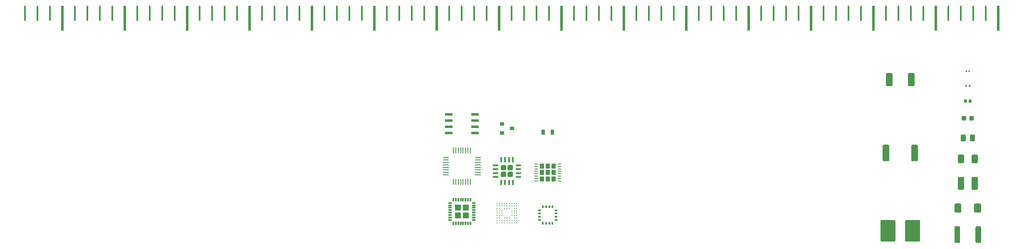
<source format=gbr>
G04 #@! TF.GenerationSoftware,KiCad,Pcbnew,5.0.2-bee76a0~70~ubuntu18.04.1*
G04 #@! TF.CreationDate,2019-01-05T20:40:31+08:00*
G04 #@! TF.ProjectId,ruler-pcb,72756c65-722d-4706-9362-2e6b69636164,rev?*
G04 #@! TF.SameCoordinates,Original*
G04 #@! TF.FileFunction,Paste,Bot*
G04 #@! TF.FilePolarity,Positive*
%FSLAX46Y46*%
G04 Gerber Fmt 4.6, Leading zero omitted, Abs format (unit mm)*
G04 Created by KiCad (PCBNEW 5.0.2-bee76a0~70~ubuntu18.04.1) date 2019年01月05日 星期六 20时40分31秒*
%MOMM*%
%LPD*%
G01*
G04 APERTURE LIST*
%ADD10C,0.100000*%
%ADD11C,0.350000*%
%ADD12C,1.090000*%
%ADD13R,0.304800X3.048000*%
%ADD14R,0.508000X5.080000*%
%ADD15C,0.318000*%
%ADD16C,0.590000*%
%ADD17C,0.875000*%
%ADD18C,0.975000*%
%ADD19C,0.270000*%
%ADD20C,1.250000*%
%ADD21C,1.400000*%
%ADD22C,1.125000*%
%ADD23C,1.350000*%
%ADD24C,3.025000*%
%ADD25C,0.250000*%
%ADD26R,1.300000X1.300000*%
%ADD27R,0.300000X0.800000*%
%ADD28R,0.800000X0.300000*%
%ADD29R,0.900000X1.100000*%
%ADD30R,0.700000X0.250000*%
%ADD31R,0.400000X0.550000*%
%ADD32R,0.550000X0.400000*%
%ADD33R,0.280000X1.200000*%
%ADD34R,1.200000X0.280000*%
%ADD35R,0.800000X1.000000*%
%ADD36R,0.900000X0.800000*%
%ADD37R,1.550000X0.600000*%
G04 APERTURE END LIST*
D10*
G04 #@! TO.C,QFN*
G36*
X124255996Y-61220041D02*
X124264490Y-61221301D01*
X124272820Y-61223388D01*
X124280905Y-61226281D01*
X124288667Y-61229952D01*
X124296032Y-61234366D01*
X124302929Y-61239482D01*
X124309292Y-61245248D01*
X124315058Y-61251611D01*
X124320174Y-61258508D01*
X124324588Y-61265873D01*
X124328259Y-61273635D01*
X124331152Y-61281720D01*
X124333239Y-61290050D01*
X124334499Y-61298544D01*
X124334920Y-61307120D01*
X124334920Y-62182120D01*
X124334499Y-62190696D01*
X124333239Y-62199190D01*
X124331152Y-62207520D01*
X124328259Y-62215605D01*
X124324588Y-62223367D01*
X124320174Y-62230732D01*
X124315058Y-62237629D01*
X124309292Y-62243992D01*
X124302929Y-62249758D01*
X124296032Y-62254874D01*
X124288667Y-62259288D01*
X124280905Y-62262959D01*
X124272820Y-62265852D01*
X124264490Y-62267939D01*
X124255996Y-62269199D01*
X124247420Y-62269620D01*
X124072420Y-62269620D01*
X124063844Y-62269199D01*
X124055350Y-62267939D01*
X124047020Y-62265852D01*
X124038935Y-62262959D01*
X124031173Y-62259288D01*
X124023808Y-62254874D01*
X124016911Y-62249758D01*
X124010548Y-62243992D01*
X124004782Y-62237629D01*
X123999666Y-62230732D01*
X123995252Y-62223367D01*
X123991581Y-62215605D01*
X123988688Y-62207520D01*
X123986601Y-62199190D01*
X123985341Y-62190696D01*
X123984920Y-62182120D01*
X123984920Y-61307120D01*
X123985341Y-61298544D01*
X123986601Y-61290050D01*
X123988688Y-61281720D01*
X123991581Y-61273635D01*
X123995252Y-61265873D01*
X123999666Y-61258508D01*
X124004782Y-61251611D01*
X124010548Y-61245248D01*
X124016911Y-61239482D01*
X124023808Y-61234366D01*
X124031173Y-61229952D01*
X124038935Y-61226281D01*
X124047020Y-61223388D01*
X124055350Y-61221301D01*
X124063844Y-61220041D01*
X124072420Y-61219620D01*
X124247420Y-61219620D01*
X124255996Y-61220041D01*
X124255996Y-61220041D01*
G37*
D11*
X124159920Y-61744620D03*
D10*
G36*
X125055996Y-61220041D02*
X125064490Y-61221301D01*
X125072820Y-61223388D01*
X125080905Y-61226281D01*
X125088667Y-61229952D01*
X125096032Y-61234366D01*
X125102929Y-61239482D01*
X125109292Y-61245248D01*
X125115058Y-61251611D01*
X125120174Y-61258508D01*
X125124588Y-61265873D01*
X125128259Y-61273635D01*
X125131152Y-61281720D01*
X125133239Y-61290050D01*
X125134499Y-61298544D01*
X125134920Y-61307120D01*
X125134920Y-62182120D01*
X125134499Y-62190696D01*
X125133239Y-62199190D01*
X125131152Y-62207520D01*
X125128259Y-62215605D01*
X125124588Y-62223367D01*
X125120174Y-62230732D01*
X125115058Y-62237629D01*
X125109292Y-62243992D01*
X125102929Y-62249758D01*
X125096032Y-62254874D01*
X125088667Y-62259288D01*
X125080905Y-62262959D01*
X125072820Y-62265852D01*
X125064490Y-62267939D01*
X125055996Y-62269199D01*
X125047420Y-62269620D01*
X124872420Y-62269620D01*
X124863844Y-62269199D01*
X124855350Y-62267939D01*
X124847020Y-62265852D01*
X124838935Y-62262959D01*
X124831173Y-62259288D01*
X124823808Y-62254874D01*
X124816911Y-62249758D01*
X124810548Y-62243992D01*
X124804782Y-62237629D01*
X124799666Y-62230732D01*
X124795252Y-62223367D01*
X124791581Y-62215605D01*
X124788688Y-62207520D01*
X124786601Y-62199190D01*
X124785341Y-62190696D01*
X124784920Y-62182120D01*
X124784920Y-61307120D01*
X124785341Y-61298544D01*
X124786601Y-61290050D01*
X124788688Y-61281720D01*
X124791581Y-61273635D01*
X124795252Y-61265873D01*
X124799666Y-61258508D01*
X124804782Y-61251611D01*
X124810548Y-61245248D01*
X124816911Y-61239482D01*
X124823808Y-61234366D01*
X124831173Y-61229952D01*
X124838935Y-61226281D01*
X124847020Y-61223388D01*
X124855350Y-61221301D01*
X124863844Y-61220041D01*
X124872420Y-61219620D01*
X125047420Y-61219620D01*
X125055996Y-61220041D01*
X125055996Y-61220041D01*
G37*
D11*
X124959920Y-61744620D03*
D10*
G36*
X125855996Y-61220041D02*
X125864490Y-61221301D01*
X125872820Y-61223388D01*
X125880905Y-61226281D01*
X125888667Y-61229952D01*
X125896032Y-61234366D01*
X125902929Y-61239482D01*
X125909292Y-61245248D01*
X125915058Y-61251611D01*
X125920174Y-61258508D01*
X125924588Y-61265873D01*
X125928259Y-61273635D01*
X125931152Y-61281720D01*
X125933239Y-61290050D01*
X125934499Y-61298544D01*
X125934920Y-61307120D01*
X125934920Y-62182120D01*
X125934499Y-62190696D01*
X125933239Y-62199190D01*
X125931152Y-62207520D01*
X125928259Y-62215605D01*
X125924588Y-62223367D01*
X125920174Y-62230732D01*
X125915058Y-62237629D01*
X125909292Y-62243992D01*
X125902929Y-62249758D01*
X125896032Y-62254874D01*
X125888667Y-62259288D01*
X125880905Y-62262959D01*
X125872820Y-62265852D01*
X125864490Y-62267939D01*
X125855996Y-62269199D01*
X125847420Y-62269620D01*
X125672420Y-62269620D01*
X125663844Y-62269199D01*
X125655350Y-62267939D01*
X125647020Y-62265852D01*
X125638935Y-62262959D01*
X125631173Y-62259288D01*
X125623808Y-62254874D01*
X125616911Y-62249758D01*
X125610548Y-62243992D01*
X125604782Y-62237629D01*
X125599666Y-62230732D01*
X125595252Y-62223367D01*
X125591581Y-62215605D01*
X125588688Y-62207520D01*
X125586601Y-62199190D01*
X125585341Y-62190696D01*
X125584920Y-62182120D01*
X125584920Y-61307120D01*
X125585341Y-61298544D01*
X125586601Y-61290050D01*
X125588688Y-61281720D01*
X125591581Y-61273635D01*
X125595252Y-61265873D01*
X125599666Y-61258508D01*
X125604782Y-61251611D01*
X125610548Y-61245248D01*
X125616911Y-61239482D01*
X125623808Y-61234366D01*
X125631173Y-61229952D01*
X125638935Y-61226281D01*
X125647020Y-61223388D01*
X125655350Y-61221301D01*
X125663844Y-61220041D01*
X125672420Y-61219620D01*
X125847420Y-61219620D01*
X125855996Y-61220041D01*
X125855996Y-61220041D01*
G37*
D11*
X125759920Y-61744620D03*
D10*
G36*
X126655996Y-61220041D02*
X126664490Y-61221301D01*
X126672820Y-61223388D01*
X126680905Y-61226281D01*
X126688667Y-61229952D01*
X126696032Y-61234366D01*
X126702929Y-61239482D01*
X126709292Y-61245248D01*
X126715058Y-61251611D01*
X126720174Y-61258508D01*
X126724588Y-61265873D01*
X126728259Y-61273635D01*
X126731152Y-61281720D01*
X126733239Y-61290050D01*
X126734499Y-61298544D01*
X126734920Y-61307120D01*
X126734920Y-62182120D01*
X126734499Y-62190696D01*
X126733239Y-62199190D01*
X126731152Y-62207520D01*
X126728259Y-62215605D01*
X126724588Y-62223367D01*
X126720174Y-62230732D01*
X126715058Y-62237629D01*
X126709292Y-62243992D01*
X126702929Y-62249758D01*
X126696032Y-62254874D01*
X126688667Y-62259288D01*
X126680905Y-62262959D01*
X126672820Y-62265852D01*
X126664490Y-62267939D01*
X126655996Y-62269199D01*
X126647420Y-62269620D01*
X126472420Y-62269620D01*
X126463844Y-62269199D01*
X126455350Y-62267939D01*
X126447020Y-62265852D01*
X126438935Y-62262959D01*
X126431173Y-62259288D01*
X126423808Y-62254874D01*
X126416911Y-62249758D01*
X126410548Y-62243992D01*
X126404782Y-62237629D01*
X126399666Y-62230732D01*
X126395252Y-62223367D01*
X126391581Y-62215605D01*
X126388688Y-62207520D01*
X126386601Y-62199190D01*
X126385341Y-62190696D01*
X126384920Y-62182120D01*
X126384920Y-61307120D01*
X126385341Y-61298544D01*
X126386601Y-61290050D01*
X126388688Y-61281720D01*
X126391581Y-61273635D01*
X126395252Y-61265873D01*
X126399666Y-61258508D01*
X126404782Y-61251611D01*
X126410548Y-61245248D01*
X126416911Y-61239482D01*
X126423808Y-61234366D01*
X126431173Y-61229952D01*
X126438935Y-61226281D01*
X126447020Y-61223388D01*
X126455350Y-61221301D01*
X126463844Y-61220041D01*
X126472420Y-61219620D01*
X126647420Y-61219620D01*
X126655996Y-61220041D01*
X126655996Y-61220041D01*
G37*
D11*
X126559920Y-61744620D03*
D10*
G36*
X128130996Y-60445041D02*
X128139490Y-60446301D01*
X128147820Y-60448388D01*
X128155905Y-60451281D01*
X128163667Y-60454952D01*
X128171032Y-60459366D01*
X128177929Y-60464482D01*
X128184292Y-60470248D01*
X128190058Y-60476611D01*
X128195174Y-60483508D01*
X128199588Y-60490873D01*
X128203259Y-60498635D01*
X128206152Y-60506720D01*
X128208239Y-60515050D01*
X128209499Y-60523544D01*
X128209920Y-60532120D01*
X128209920Y-60707120D01*
X128209499Y-60715696D01*
X128208239Y-60724190D01*
X128206152Y-60732520D01*
X128203259Y-60740605D01*
X128199588Y-60748367D01*
X128195174Y-60755732D01*
X128190058Y-60762629D01*
X128184292Y-60768992D01*
X128177929Y-60774758D01*
X128171032Y-60779874D01*
X128163667Y-60784288D01*
X128155905Y-60787959D01*
X128147820Y-60790852D01*
X128139490Y-60792939D01*
X128130996Y-60794199D01*
X128122420Y-60794620D01*
X127247420Y-60794620D01*
X127238844Y-60794199D01*
X127230350Y-60792939D01*
X127222020Y-60790852D01*
X127213935Y-60787959D01*
X127206173Y-60784288D01*
X127198808Y-60779874D01*
X127191911Y-60774758D01*
X127185548Y-60768992D01*
X127179782Y-60762629D01*
X127174666Y-60755732D01*
X127170252Y-60748367D01*
X127166581Y-60740605D01*
X127163688Y-60732520D01*
X127161601Y-60724190D01*
X127160341Y-60715696D01*
X127159920Y-60707120D01*
X127159920Y-60532120D01*
X127160341Y-60523544D01*
X127161601Y-60515050D01*
X127163688Y-60506720D01*
X127166581Y-60498635D01*
X127170252Y-60490873D01*
X127174666Y-60483508D01*
X127179782Y-60476611D01*
X127185548Y-60470248D01*
X127191911Y-60464482D01*
X127198808Y-60459366D01*
X127206173Y-60454952D01*
X127213935Y-60451281D01*
X127222020Y-60448388D01*
X127230350Y-60446301D01*
X127238844Y-60445041D01*
X127247420Y-60444620D01*
X128122420Y-60444620D01*
X128130996Y-60445041D01*
X128130996Y-60445041D01*
G37*
D11*
X127684920Y-60619620D03*
D10*
G36*
X128130996Y-59645041D02*
X128139490Y-59646301D01*
X128147820Y-59648388D01*
X128155905Y-59651281D01*
X128163667Y-59654952D01*
X128171032Y-59659366D01*
X128177929Y-59664482D01*
X128184292Y-59670248D01*
X128190058Y-59676611D01*
X128195174Y-59683508D01*
X128199588Y-59690873D01*
X128203259Y-59698635D01*
X128206152Y-59706720D01*
X128208239Y-59715050D01*
X128209499Y-59723544D01*
X128209920Y-59732120D01*
X128209920Y-59907120D01*
X128209499Y-59915696D01*
X128208239Y-59924190D01*
X128206152Y-59932520D01*
X128203259Y-59940605D01*
X128199588Y-59948367D01*
X128195174Y-59955732D01*
X128190058Y-59962629D01*
X128184292Y-59968992D01*
X128177929Y-59974758D01*
X128171032Y-59979874D01*
X128163667Y-59984288D01*
X128155905Y-59987959D01*
X128147820Y-59990852D01*
X128139490Y-59992939D01*
X128130996Y-59994199D01*
X128122420Y-59994620D01*
X127247420Y-59994620D01*
X127238844Y-59994199D01*
X127230350Y-59992939D01*
X127222020Y-59990852D01*
X127213935Y-59987959D01*
X127206173Y-59984288D01*
X127198808Y-59979874D01*
X127191911Y-59974758D01*
X127185548Y-59968992D01*
X127179782Y-59962629D01*
X127174666Y-59955732D01*
X127170252Y-59948367D01*
X127166581Y-59940605D01*
X127163688Y-59932520D01*
X127161601Y-59924190D01*
X127160341Y-59915696D01*
X127159920Y-59907120D01*
X127159920Y-59732120D01*
X127160341Y-59723544D01*
X127161601Y-59715050D01*
X127163688Y-59706720D01*
X127166581Y-59698635D01*
X127170252Y-59690873D01*
X127174666Y-59683508D01*
X127179782Y-59676611D01*
X127185548Y-59670248D01*
X127191911Y-59664482D01*
X127198808Y-59659366D01*
X127206173Y-59654952D01*
X127213935Y-59651281D01*
X127222020Y-59648388D01*
X127230350Y-59646301D01*
X127238844Y-59645041D01*
X127247420Y-59644620D01*
X128122420Y-59644620D01*
X128130996Y-59645041D01*
X128130996Y-59645041D01*
G37*
D11*
X127684920Y-59819620D03*
D10*
G36*
X128130996Y-58845041D02*
X128139490Y-58846301D01*
X128147820Y-58848388D01*
X128155905Y-58851281D01*
X128163667Y-58854952D01*
X128171032Y-58859366D01*
X128177929Y-58864482D01*
X128184292Y-58870248D01*
X128190058Y-58876611D01*
X128195174Y-58883508D01*
X128199588Y-58890873D01*
X128203259Y-58898635D01*
X128206152Y-58906720D01*
X128208239Y-58915050D01*
X128209499Y-58923544D01*
X128209920Y-58932120D01*
X128209920Y-59107120D01*
X128209499Y-59115696D01*
X128208239Y-59124190D01*
X128206152Y-59132520D01*
X128203259Y-59140605D01*
X128199588Y-59148367D01*
X128195174Y-59155732D01*
X128190058Y-59162629D01*
X128184292Y-59168992D01*
X128177929Y-59174758D01*
X128171032Y-59179874D01*
X128163667Y-59184288D01*
X128155905Y-59187959D01*
X128147820Y-59190852D01*
X128139490Y-59192939D01*
X128130996Y-59194199D01*
X128122420Y-59194620D01*
X127247420Y-59194620D01*
X127238844Y-59194199D01*
X127230350Y-59192939D01*
X127222020Y-59190852D01*
X127213935Y-59187959D01*
X127206173Y-59184288D01*
X127198808Y-59179874D01*
X127191911Y-59174758D01*
X127185548Y-59168992D01*
X127179782Y-59162629D01*
X127174666Y-59155732D01*
X127170252Y-59148367D01*
X127166581Y-59140605D01*
X127163688Y-59132520D01*
X127161601Y-59124190D01*
X127160341Y-59115696D01*
X127159920Y-59107120D01*
X127159920Y-58932120D01*
X127160341Y-58923544D01*
X127161601Y-58915050D01*
X127163688Y-58906720D01*
X127166581Y-58898635D01*
X127170252Y-58890873D01*
X127174666Y-58883508D01*
X127179782Y-58876611D01*
X127185548Y-58870248D01*
X127191911Y-58864482D01*
X127198808Y-58859366D01*
X127206173Y-58854952D01*
X127213935Y-58851281D01*
X127222020Y-58848388D01*
X127230350Y-58846301D01*
X127238844Y-58845041D01*
X127247420Y-58844620D01*
X128122420Y-58844620D01*
X128130996Y-58845041D01*
X128130996Y-58845041D01*
G37*
D11*
X127684920Y-59019620D03*
D10*
G36*
X128130996Y-58045041D02*
X128139490Y-58046301D01*
X128147820Y-58048388D01*
X128155905Y-58051281D01*
X128163667Y-58054952D01*
X128171032Y-58059366D01*
X128177929Y-58064482D01*
X128184292Y-58070248D01*
X128190058Y-58076611D01*
X128195174Y-58083508D01*
X128199588Y-58090873D01*
X128203259Y-58098635D01*
X128206152Y-58106720D01*
X128208239Y-58115050D01*
X128209499Y-58123544D01*
X128209920Y-58132120D01*
X128209920Y-58307120D01*
X128209499Y-58315696D01*
X128208239Y-58324190D01*
X128206152Y-58332520D01*
X128203259Y-58340605D01*
X128199588Y-58348367D01*
X128195174Y-58355732D01*
X128190058Y-58362629D01*
X128184292Y-58368992D01*
X128177929Y-58374758D01*
X128171032Y-58379874D01*
X128163667Y-58384288D01*
X128155905Y-58387959D01*
X128147820Y-58390852D01*
X128139490Y-58392939D01*
X128130996Y-58394199D01*
X128122420Y-58394620D01*
X127247420Y-58394620D01*
X127238844Y-58394199D01*
X127230350Y-58392939D01*
X127222020Y-58390852D01*
X127213935Y-58387959D01*
X127206173Y-58384288D01*
X127198808Y-58379874D01*
X127191911Y-58374758D01*
X127185548Y-58368992D01*
X127179782Y-58362629D01*
X127174666Y-58355732D01*
X127170252Y-58348367D01*
X127166581Y-58340605D01*
X127163688Y-58332520D01*
X127161601Y-58324190D01*
X127160341Y-58315696D01*
X127159920Y-58307120D01*
X127159920Y-58132120D01*
X127160341Y-58123544D01*
X127161601Y-58115050D01*
X127163688Y-58106720D01*
X127166581Y-58098635D01*
X127170252Y-58090873D01*
X127174666Y-58083508D01*
X127179782Y-58076611D01*
X127185548Y-58070248D01*
X127191911Y-58064482D01*
X127198808Y-58059366D01*
X127206173Y-58054952D01*
X127213935Y-58051281D01*
X127222020Y-58048388D01*
X127230350Y-58046301D01*
X127238844Y-58045041D01*
X127247420Y-58044620D01*
X128122420Y-58044620D01*
X128130996Y-58045041D01*
X128130996Y-58045041D01*
G37*
D11*
X127684920Y-58219620D03*
D10*
G36*
X126655996Y-56570041D02*
X126664490Y-56571301D01*
X126672820Y-56573388D01*
X126680905Y-56576281D01*
X126688667Y-56579952D01*
X126696032Y-56584366D01*
X126702929Y-56589482D01*
X126709292Y-56595248D01*
X126715058Y-56601611D01*
X126720174Y-56608508D01*
X126724588Y-56615873D01*
X126728259Y-56623635D01*
X126731152Y-56631720D01*
X126733239Y-56640050D01*
X126734499Y-56648544D01*
X126734920Y-56657120D01*
X126734920Y-57532120D01*
X126734499Y-57540696D01*
X126733239Y-57549190D01*
X126731152Y-57557520D01*
X126728259Y-57565605D01*
X126724588Y-57573367D01*
X126720174Y-57580732D01*
X126715058Y-57587629D01*
X126709292Y-57593992D01*
X126702929Y-57599758D01*
X126696032Y-57604874D01*
X126688667Y-57609288D01*
X126680905Y-57612959D01*
X126672820Y-57615852D01*
X126664490Y-57617939D01*
X126655996Y-57619199D01*
X126647420Y-57619620D01*
X126472420Y-57619620D01*
X126463844Y-57619199D01*
X126455350Y-57617939D01*
X126447020Y-57615852D01*
X126438935Y-57612959D01*
X126431173Y-57609288D01*
X126423808Y-57604874D01*
X126416911Y-57599758D01*
X126410548Y-57593992D01*
X126404782Y-57587629D01*
X126399666Y-57580732D01*
X126395252Y-57573367D01*
X126391581Y-57565605D01*
X126388688Y-57557520D01*
X126386601Y-57549190D01*
X126385341Y-57540696D01*
X126384920Y-57532120D01*
X126384920Y-56657120D01*
X126385341Y-56648544D01*
X126386601Y-56640050D01*
X126388688Y-56631720D01*
X126391581Y-56623635D01*
X126395252Y-56615873D01*
X126399666Y-56608508D01*
X126404782Y-56601611D01*
X126410548Y-56595248D01*
X126416911Y-56589482D01*
X126423808Y-56584366D01*
X126431173Y-56579952D01*
X126438935Y-56576281D01*
X126447020Y-56573388D01*
X126455350Y-56571301D01*
X126463844Y-56570041D01*
X126472420Y-56569620D01*
X126647420Y-56569620D01*
X126655996Y-56570041D01*
X126655996Y-56570041D01*
G37*
D11*
X126559920Y-57094620D03*
D10*
G36*
X125855996Y-56570041D02*
X125864490Y-56571301D01*
X125872820Y-56573388D01*
X125880905Y-56576281D01*
X125888667Y-56579952D01*
X125896032Y-56584366D01*
X125902929Y-56589482D01*
X125909292Y-56595248D01*
X125915058Y-56601611D01*
X125920174Y-56608508D01*
X125924588Y-56615873D01*
X125928259Y-56623635D01*
X125931152Y-56631720D01*
X125933239Y-56640050D01*
X125934499Y-56648544D01*
X125934920Y-56657120D01*
X125934920Y-57532120D01*
X125934499Y-57540696D01*
X125933239Y-57549190D01*
X125931152Y-57557520D01*
X125928259Y-57565605D01*
X125924588Y-57573367D01*
X125920174Y-57580732D01*
X125915058Y-57587629D01*
X125909292Y-57593992D01*
X125902929Y-57599758D01*
X125896032Y-57604874D01*
X125888667Y-57609288D01*
X125880905Y-57612959D01*
X125872820Y-57615852D01*
X125864490Y-57617939D01*
X125855996Y-57619199D01*
X125847420Y-57619620D01*
X125672420Y-57619620D01*
X125663844Y-57619199D01*
X125655350Y-57617939D01*
X125647020Y-57615852D01*
X125638935Y-57612959D01*
X125631173Y-57609288D01*
X125623808Y-57604874D01*
X125616911Y-57599758D01*
X125610548Y-57593992D01*
X125604782Y-57587629D01*
X125599666Y-57580732D01*
X125595252Y-57573367D01*
X125591581Y-57565605D01*
X125588688Y-57557520D01*
X125586601Y-57549190D01*
X125585341Y-57540696D01*
X125584920Y-57532120D01*
X125584920Y-56657120D01*
X125585341Y-56648544D01*
X125586601Y-56640050D01*
X125588688Y-56631720D01*
X125591581Y-56623635D01*
X125595252Y-56615873D01*
X125599666Y-56608508D01*
X125604782Y-56601611D01*
X125610548Y-56595248D01*
X125616911Y-56589482D01*
X125623808Y-56584366D01*
X125631173Y-56579952D01*
X125638935Y-56576281D01*
X125647020Y-56573388D01*
X125655350Y-56571301D01*
X125663844Y-56570041D01*
X125672420Y-56569620D01*
X125847420Y-56569620D01*
X125855996Y-56570041D01*
X125855996Y-56570041D01*
G37*
D11*
X125759920Y-57094620D03*
D10*
G36*
X125055996Y-56570041D02*
X125064490Y-56571301D01*
X125072820Y-56573388D01*
X125080905Y-56576281D01*
X125088667Y-56579952D01*
X125096032Y-56584366D01*
X125102929Y-56589482D01*
X125109292Y-56595248D01*
X125115058Y-56601611D01*
X125120174Y-56608508D01*
X125124588Y-56615873D01*
X125128259Y-56623635D01*
X125131152Y-56631720D01*
X125133239Y-56640050D01*
X125134499Y-56648544D01*
X125134920Y-56657120D01*
X125134920Y-57532120D01*
X125134499Y-57540696D01*
X125133239Y-57549190D01*
X125131152Y-57557520D01*
X125128259Y-57565605D01*
X125124588Y-57573367D01*
X125120174Y-57580732D01*
X125115058Y-57587629D01*
X125109292Y-57593992D01*
X125102929Y-57599758D01*
X125096032Y-57604874D01*
X125088667Y-57609288D01*
X125080905Y-57612959D01*
X125072820Y-57615852D01*
X125064490Y-57617939D01*
X125055996Y-57619199D01*
X125047420Y-57619620D01*
X124872420Y-57619620D01*
X124863844Y-57619199D01*
X124855350Y-57617939D01*
X124847020Y-57615852D01*
X124838935Y-57612959D01*
X124831173Y-57609288D01*
X124823808Y-57604874D01*
X124816911Y-57599758D01*
X124810548Y-57593992D01*
X124804782Y-57587629D01*
X124799666Y-57580732D01*
X124795252Y-57573367D01*
X124791581Y-57565605D01*
X124788688Y-57557520D01*
X124786601Y-57549190D01*
X124785341Y-57540696D01*
X124784920Y-57532120D01*
X124784920Y-56657120D01*
X124785341Y-56648544D01*
X124786601Y-56640050D01*
X124788688Y-56631720D01*
X124791581Y-56623635D01*
X124795252Y-56615873D01*
X124799666Y-56608508D01*
X124804782Y-56601611D01*
X124810548Y-56595248D01*
X124816911Y-56589482D01*
X124823808Y-56584366D01*
X124831173Y-56579952D01*
X124838935Y-56576281D01*
X124847020Y-56573388D01*
X124855350Y-56571301D01*
X124863844Y-56570041D01*
X124872420Y-56569620D01*
X125047420Y-56569620D01*
X125055996Y-56570041D01*
X125055996Y-56570041D01*
G37*
D11*
X124959920Y-57094620D03*
D10*
G36*
X124255996Y-56570041D02*
X124264490Y-56571301D01*
X124272820Y-56573388D01*
X124280905Y-56576281D01*
X124288667Y-56579952D01*
X124296032Y-56584366D01*
X124302929Y-56589482D01*
X124309292Y-56595248D01*
X124315058Y-56601611D01*
X124320174Y-56608508D01*
X124324588Y-56615873D01*
X124328259Y-56623635D01*
X124331152Y-56631720D01*
X124333239Y-56640050D01*
X124334499Y-56648544D01*
X124334920Y-56657120D01*
X124334920Y-57532120D01*
X124334499Y-57540696D01*
X124333239Y-57549190D01*
X124331152Y-57557520D01*
X124328259Y-57565605D01*
X124324588Y-57573367D01*
X124320174Y-57580732D01*
X124315058Y-57587629D01*
X124309292Y-57593992D01*
X124302929Y-57599758D01*
X124296032Y-57604874D01*
X124288667Y-57609288D01*
X124280905Y-57612959D01*
X124272820Y-57615852D01*
X124264490Y-57617939D01*
X124255996Y-57619199D01*
X124247420Y-57619620D01*
X124072420Y-57619620D01*
X124063844Y-57619199D01*
X124055350Y-57617939D01*
X124047020Y-57615852D01*
X124038935Y-57612959D01*
X124031173Y-57609288D01*
X124023808Y-57604874D01*
X124016911Y-57599758D01*
X124010548Y-57593992D01*
X124004782Y-57587629D01*
X123999666Y-57580732D01*
X123995252Y-57573367D01*
X123991581Y-57565605D01*
X123988688Y-57557520D01*
X123986601Y-57549190D01*
X123985341Y-57540696D01*
X123984920Y-57532120D01*
X123984920Y-56657120D01*
X123985341Y-56648544D01*
X123986601Y-56640050D01*
X123988688Y-56631720D01*
X123991581Y-56623635D01*
X123995252Y-56615873D01*
X123999666Y-56608508D01*
X124004782Y-56601611D01*
X124010548Y-56595248D01*
X124016911Y-56589482D01*
X124023808Y-56584366D01*
X124031173Y-56579952D01*
X124038935Y-56576281D01*
X124047020Y-56573388D01*
X124055350Y-56571301D01*
X124063844Y-56570041D01*
X124072420Y-56569620D01*
X124247420Y-56569620D01*
X124255996Y-56570041D01*
X124255996Y-56570041D01*
G37*
D11*
X124159920Y-57094620D03*
D10*
G36*
X123480996Y-58045041D02*
X123489490Y-58046301D01*
X123497820Y-58048388D01*
X123505905Y-58051281D01*
X123513667Y-58054952D01*
X123521032Y-58059366D01*
X123527929Y-58064482D01*
X123534292Y-58070248D01*
X123540058Y-58076611D01*
X123545174Y-58083508D01*
X123549588Y-58090873D01*
X123553259Y-58098635D01*
X123556152Y-58106720D01*
X123558239Y-58115050D01*
X123559499Y-58123544D01*
X123559920Y-58132120D01*
X123559920Y-58307120D01*
X123559499Y-58315696D01*
X123558239Y-58324190D01*
X123556152Y-58332520D01*
X123553259Y-58340605D01*
X123549588Y-58348367D01*
X123545174Y-58355732D01*
X123540058Y-58362629D01*
X123534292Y-58368992D01*
X123527929Y-58374758D01*
X123521032Y-58379874D01*
X123513667Y-58384288D01*
X123505905Y-58387959D01*
X123497820Y-58390852D01*
X123489490Y-58392939D01*
X123480996Y-58394199D01*
X123472420Y-58394620D01*
X122597420Y-58394620D01*
X122588844Y-58394199D01*
X122580350Y-58392939D01*
X122572020Y-58390852D01*
X122563935Y-58387959D01*
X122556173Y-58384288D01*
X122548808Y-58379874D01*
X122541911Y-58374758D01*
X122535548Y-58368992D01*
X122529782Y-58362629D01*
X122524666Y-58355732D01*
X122520252Y-58348367D01*
X122516581Y-58340605D01*
X122513688Y-58332520D01*
X122511601Y-58324190D01*
X122510341Y-58315696D01*
X122509920Y-58307120D01*
X122509920Y-58132120D01*
X122510341Y-58123544D01*
X122511601Y-58115050D01*
X122513688Y-58106720D01*
X122516581Y-58098635D01*
X122520252Y-58090873D01*
X122524666Y-58083508D01*
X122529782Y-58076611D01*
X122535548Y-58070248D01*
X122541911Y-58064482D01*
X122548808Y-58059366D01*
X122556173Y-58054952D01*
X122563935Y-58051281D01*
X122572020Y-58048388D01*
X122580350Y-58046301D01*
X122588844Y-58045041D01*
X122597420Y-58044620D01*
X123472420Y-58044620D01*
X123480996Y-58045041D01*
X123480996Y-58045041D01*
G37*
D11*
X123034920Y-58219620D03*
D10*
G36*
X123480996Y-58845041D02*
X123489490Y-58846301D01*
X123497820Y-58848388D01*
X123505905Y-58851281D01*
X123513667Y-58854952D01*
X123521032Y-58859366D01*
X123527929Y-58864482D01*
X123534292Y-58870248D01*
X123540058Y-58876611D01*
X123545174Y-58883508D01*
X123549588Y-58890873D01*
X123553259Y-58898635D01*
X123556152Y-58906720D01*
X123558239Y-58915050D01*
X123559499Y-58923544D01*
X123559920Y-58932120D01*
X123559920Y-59107120D01*
X123559499Y-59115696D01*
X123558239Y-59124190D01*
X123556152Y-59132520D01*
X123553259Y-59140605D01*
X123549588Y-59148367D01*
X123545174Y-59155732D01*
X123540058Y-59162629D01*
X123534292Y-59168992D01*
X123527929Y-59174758D01*
X123521032Y-59179874D01*
X123513667Y-59184288D01*
X123505905Y-59187959D01*
X123497820Y-59190852D01*
X123489490Y-59192939D01*
X123480996Y-59194199D01*
X123472420Y-59194620D01*
X122597420Y-59194620D01*
X122588844Y-59194199D01*
X122580350Y-59192939D01*
X122572020Y-59190852D01*
X122563935Y-59187959D01*
X122556173Y-59184288D01*
X122548808Y-59179874D01*
X122541911Y-59174758D01*
X122535548Y-59168992D01*
X122529782Y-59162629D01*
X122524666Y-59155732D01*
X122520252Y-59148367D01*
X122516581Y-59140605D01*
X122513688Y-59132520D01*
X122511601Y-59124190D01*
X122510341Y-59115696D01*
X122509920Y-59107120D01*
X122509920Y-58932120D01*
X122510341Y-58923544D01*
X122511601Y-58915050D01*
X122513688Y-58906720D01*
X122516581Y-58898635D01*
X122520252Y-58890873D01*
X122524666Y-58883508D01*
X122529782Y-58876611D01*
X122535548Y-58870248D01*
X122541911Y-58864482D01*
X122548808Y-58859366D01*
X122556173Y-58854952D01*
X122563935Y-58851281D01*
X122572020Y-58848388D01*
X122580350Y-58846301D01*
X122588844Y-58845041D01*
X122597420Y-58844620D01*
X123472420Y-58844620D01*
X123480996Y-58845041D01*
X123480996Y-58845041D01*
G37*
D11*
X123034920Y-59019620D03*
D10*
G36*
X123480996Y-59645041D02*
X123489490Y-59646301D01*
X123497820Y-59648388D01*
X123505905Y-59651281D01*
X123513667Y-59654952D01*
X123521032Y-59659366D01*
X123527929Y-59664482D01*
X123534292Y-59670248D01*
X123540058Y-59676611D01*
X123545174Y-59683508D01*
X123549588Y-59690873D01*
X123553259Y-59698635D01*
X123556152Y-59706720D01*
X123558239Y-59715050D01*
X123559499Y-59723544D01*
X123559920Y-59732120D01*
X123559920Y-59907120D01*
X123559499Y-59915696D01*
X123558239Y-59924190D01*
X123556152Y-59932520D01*
X123553259Y-59940605D01*
X123549588Y-59948367D01*
X123545174Y-59955732D01*
X123540058Y-59962629D01*
X123534292Y-59968992D01*
X123527929Y-59974758D01*
X123521032Y-59979874D01*
X123513667Y-59984288D01*
X123505905Y-59987959D01*
X123497820Y-59990852D01*
X123489490Y-59992939D01*
X123480996Y-59994199D01*
X123472420Y-59994620D01*
X122597420Y-59994620D01*
X122588844Y-59994199D01*
X122580350Y-59992939D01*
X122572020Y-59990852D01*
X122563935Y-59987959D01*
X122556173Y-59984288D01*
X122548808Y-59979874D01*
X122541911Y-59974758D01*
X122535548Y-59968992D01*
X122529782Y-59962629D01*
X122524666Y-59955732D01*
X122520252Y-59948367D01*
X122516581Y-59940605D01*
X122513688Y-59932520D01*
X122511601Y-59924190D01*
X122510341Y-59915696D01*
X122509920Y-59907120D01*
X122509920Y-59732120D01*
X122510341Y-59723544D01*
X122511601Y-59715050D01*
X122513688Y-59706720D01*
X122516581Y-59698635D01*
X122520252Y-59690873D01*
X122524666Y-59683508D01*
X122529782Y-59676611D01*
X122535548Y-59670248D01*
X122541911Y-59664482D01*
X122548808Y-59659366D01*
X122556173Y-59654952D01*
X122563935Y-59651281D01*
X122572020Y-59648388D01*
X122580350Y-59646301D01*
X122588844Y-59645041D01*
X122597420Y-59644620D01*
X123472420Y-59644620D01*
X123480996Y-59645041D01*
X123480996Y-59645041D01*
G37*
D11*
X123034920Y-59819620D03*
D10*
G36*
X123480996Y-60445041D02*
X123489490Y-60446301D01*
X123497820Y-60448388D01*
X123505905Y-60451281D01*
X123513667Y-60454952D01*
X123521032Y-60459366D01*
X123527929Y-60464482D01*
X123534292Y-60470248D01*
X123540058Y-60476611D01*
X123545174Y-60483508D01*
X123549588Y-60490873D01*
X123553259Y-60498635D01*
X123556152Y-60506720D01*
X123558239Y-60515050D01*
X123559499Y-60523544D01*
X123559920Y-60532120D01*
X123559920Y-60707120D01*
X123559499Y-60715696D01*
X123558239Y-60724190D01*
X123556152Y-60732520D01*
X123553259Y-60740605D01*
X123549588Y-60748367D01*
X123545174Y-60755732D01*
X123540058Y-60762629D01*
X123534292Y-60768992D01*
X123527929Y-60774758D01*
X123521032Y-60779874D01*
X123513667Y-60784288D01*
X123505905Y-60787959D01*
X123497820Y-60790852D01*
X123489490Y-60792939D01*
X123480996Y-60794199D01*
X123472420Y-60794620D01*
X122597420Y-60794620D01*
X122588844Y-60794199D01*
X122580350Y-60792939D01*
X122572020Y-60790852D01*
X122563935Y-60787959D01*
X122556173Y-60784288D01*
X122548808Y-60779874D01*
X122541911Y-60774758D01*
X122535548Y-60768992D01*
X122529782Y-60762629D01*
X122524666Y-60755732D01*
X122520252Y-60748367D01*
X122516581Y-60740605D01*
X122513688Y-60732520D01*
X122511601Y-60724190D01*
X122510341Y-60715696D01*
X122509920Y-60707120D01*
X122509920Y-60532120D01*
X122510341Y-60523544D01*
X122511601Y-60515050D01*
X122513688Y-60506720D01*
X122516581Y-60498635D01*
X122520252Y-60490873D01*
X122524666Y-60483508D01*
X122529782Y-60476611D01*
X122535548Y-60470248D01*
X122541911Y-60464482D01*
X122548808Y-60459366D01*
X122556173Y-60454952D01*
X122563935Y-60451281D01*
X122572020Y-60448388D01*
X122580350Y-60446301D01*
X122588844Y-60445041D01*
X122597420Y-60444620D01*
X123472420Y-60444620D01*
X123480996Y-60445041D01*
X123480996Y-60445041D01*
G37*
D11*
X123034920Y-60619620D03*
D10*
G36*
X126354424Y-58200824D02*
X126378693Y-58204424D01*
X126402491Y-58210385D01*
X126425591Y-58218650D01*
X126447769Y-58229140D01*
X126468813Y-58241753D01*
X126488518Y-58256367D01*
X126506697Y-58272843D01*
X126523173Y-58291022D01*
X126537787Y-58310727D01*
X126550400Y-58331771D01*
X126560890Y-58353949D01*
X126569155Y-58377049D01*
X126575116Y-58400847D01*
X126578716Y-58425116D01*
X126579920Y-58449620D01*
X126579920Y-59039620D01*
X126578716Y-59064124D01*
X126575116Y-59088393D01*
X126569155Y-59112191D01*
X126560890Y-59135291D01*
X126550400Y-59157469D01*
X126537787Y-59178513D01*
X126523173Y-59198218D01*
X126506697Y-59216397D01*
X126488518Y-59232873D01*
X126468813Y-59247487D01*
X126447769Y-59260100D01*
X126425591Y-59270590D01*
X126402491Y-59278855D01*
X126378693Y-59284816D01*
X126354424Y-59288416D01*
X126329920Y-59289620D01*
X125739920Y-59289620D01*
X125715416Y-59288416D01*
X125691147Y-59284816D01*
X125667349Y-59278855D01*
X125644249Y-59270590D01*
X125622071Y-59260100D01*
X125601027Y-59247487D01*
X125581322Y-59232873D01*
X125563143Y-59216397D01*
X125546667Y-59198218D01*
X125532053Y-59178513D01*
X125519440Y-59157469D01*
X125508950Y-59135291D01*
X125500685Y-59112191D01*
X125494724Y-59088393D01*
X125491124Y-59064124D01*
X125489920Y-59039620D01*
X125489920Y-58449620D01*
X125491124Y-58425116D01*
X125494724Y-58400847D01*
X125500685Y-58377049D01*
X125508950Y-58353949D01*
X125519440Y-58331771D01*
X125532053Y-58310727D01*
X125546667Y-58291022D01*
X125563143Y-58272843D01*
X125581322Y-58256367D01*
X125601027Y-58241753D01*
X125622071Y-58229140D01*
X125644249Y-58218650D01*
X125667349Y-58210385D01*
X125691147Y-58204424D01*
X125715416Y-58200824D01*
X125739920Y-58199620D01*
X126329920Y-58199620D01*
X126354424Y-58200824D01*
X126354424Y-58200824D01*
G37*
D12*
X126034920Y-58744620D03*
D10*
G36*
X126354424Y-59550824D02*
X126378693Y-59554424D01*
X126402491Y-59560385D01*
X126425591Y-59568650D01*
X126447769Y-59579140D01*
X126468813Y-59591753D01*
X126488518Y-59606367D01*
X126506697Y-59622843D01*
X126523173Y-59641022D01*
X126537787Y-59660727D01*
X126550400Y-59681771D01*
X126560890Y-59703949D01*
X126569155Y-59727049D01*
X126575116Y-59750847D01*
X126578716Y-59775116D01*
X126579920Y-59799620D01*
X126579920Y-60389620D01*
X126578716Y-60414124D01*
X126575116Y-60438393D01*
X126569155Y-60462191D01*
X126560890Y-60485291D01*
X126550400Y-60507469D01*
X126537787Y-60528513D01*
X126523173Y-60548218D01*
X126506697Y-60566397D01*
X126488518Y-60582873D01*
X126468813Y-60597487D01*
X126447769Y-60610100D01*
X126425591Y-60620590D01*
X126402491Y-60628855D01*
X126378693Y-60634816D01*
X126354424Y-60638416D01*
X126329920Y-60639620D01*
X125739920Y-60639620D01*
X125715416Y-60638416D01*
X125691147Y-60634816D01*
X125667349Y-60628855D01*
X125644249Y-60620590D01*
X125622071Y-60610100D01*
X125601027Y-60597487D01*
X125581322Y-60582873D01*
X125563143Y-60566397D01*
X125546667Y-60548218D01*
X125532053Y-60528513D01*
X125519440Y-60507469D01*
X125508950Y-60485291D01*
X125500685Y-60462191D01*
X125494724Y-60438393D01*
X125491124Y-60414124D01*
X125489920Y-60389620D01*
X125489920Y-59799620D01*
X125491124Y-59775116D01*
X125494724Y-59750847D01*
X125500685Y-59727049D01*
X125508950Y-59703949D01*
X125519440Y-59681771D01*
X125532053Y-59660727D01*
X125546667Y-59641022D01*
X125563143Y-59622843D01*
X125581322Y-59606367D01*
X125601027Y-59591753D01*
X125622071Y-59579140D01*
X125644249Y-59568650D01*
X125667349Y-59560385D01*
X125691147Y-59554424D01*
X125715416Y-59550824D01*
X125739920Y-59549620D01*
X126329920Y-59549620D01*
X126354424Y-59550824D01*
X126354424Y-59550824D01*
G37*
D12*
X126034920Y-60094620D03*
D10*
G36*
X125004424Y-58200824D02*
X125028693Y-58204424D01*
X125052491Y-58210385D01*
X125075591Y-58218650D01*
X125097769Y-58229140D01*
X125118813Y-58241753D01*
X125138518Y-58256367D01*
X125156697Y-58272843D01*
X125173173Y-58291022D01*
X125187787Y-58310727D01*
X125200400Y-58331771D01*
X125210890Y-58353949D01*
X125219155Y-58377049D01*
X125225116Y-58400847D01*
X125228716Y-58425116D01*
X125229920Y-58449620D01*
X125229920Y-59039620D01*
X125228716Y-59064124D01*
X125225116Y-59088393D01*
X125219155Y-59112191D01*
X125210890Y-59135291D01*
X125200400Y-59157469D01*
X125187787Y-59178513D01*
X125173173Y-59198218D01*
X125156697Y-59216397D01*
X125138518Y-59232873D01*
X125118813Y-59247487D01*
X125097769Y-59260100D01*
X125075591Y-59270590D01*
X125052491Y-59278855D01*
X125028693Y-59284816D01*
X125004424Y-59288416D01*
X124979920Y-59289620D01*
X124389920Y-59289620D01*
X124365416Y-59288416D01*
X124341147Y-59284816D01*
X124317349Y-59278855D01*
X124294249Y-59270590D01*
X124272071Y-59260100D01*
X124251027Y-59247487D01*
X124231322Y-59232873D01*
X124213143Y-59216397D01*
X124196667Y-59198218D01*
X124182053Y-59178513D01*
X124169440Y-59157469D01*
X124158950Y-59135291D01*
X124150685Y-59112191D01*
X124144724Y-59088393D01*
X124141124Y-59064124D01*
X124139920Y-59039620D01*
X124139920Y-58449620D01*
X124141124Y-58425116D01*
X124144724Y-58400847D01*
X124150685Y-58377049D01*
X124158950Y-58353949D01*
X124169440Y-58331771D01*
X124182053Y-58310727D01*
X124196667Y-58291022D01*
X124213143Y-58272843D01*
X124231322Y-58256367D01*
X124251027Y-58241753D01*
X124272071Y-58229140D01*
X124294249Y-58218650D01*
X124317349Y-58210385D01*
X124341147Y-58204424D01*
X124365416Y-58200824D01*
X124389920Y-58199620D01*
X124979920Y-58199620D01*
X125004424Y-58200824D01*
X125004424Y-58200824D01*
G37*
D12*
X124684920Y-58744620D03*
D10*
G36*
X125004424Y-59550824D02*
X125028693Y-59554424D01*
X125052491Y-59560385D01*
X125075591Y-59568650D01*
X125097769Y-59579140D01*
X125118813Y-59591753D01*
X125138518Y-59606367D01*
X125156697Y-59622843D01*
X125173173Y-59641022D01*
X125187787Y-59660727D01*
X125200400Y-59681771D01*
X125210890Y-59703949D01*
X125219155Y-59727049D01*
X125225116Y-59750847D01*
X125228716Y-59775116D01*
X125229920Y-59799620D01*
X125229920Y-60389620D01*
X125228716Y-60414124D01*
X125225116Y-60438393D01*
X125219155Y-60462191D01*
X125210890Y-60485291D01*
X125200400Y-60507469D01*
X125187787Y-60528513D01*
X125173173Y-60548218D01*
X125156697Y-60566397D01*
X125138518Y-60582873D01*
X125118813Y-60597487D01*
X125097769Y-60610100D01*
X125075591Y-60620590D01*
X125052491Y-60628855D01*
X125028693Y-60634816D01*
X125004424Y-60638416D01*
X124979920Y-60639620D01*
X124389920Y-60639620D01*
X124365416Y-60638416D01*
X124341147Y-60634816D01*
X124317349Y-60628855D01*
X124294249Y-60620590D01*
X124272071Y-60610100D01*
X124251027Y-60597487D01*
X124231322Y-60582873D01*
X124213143Y-60566397D01*
X124196667Y-60548218D01*
X124182053Y-60528513D01*
X124169440Y-60507469D01*
X124158950Y-60485291D01*
X124150685Y-60462191D01*
X124144724Y-60438393D01*
X124141124Y-60414124D01*
X124139920Y-60389620D01*
X124139920Y-59799620D01*
X124141124Y-59775116D01*
X124144724Y-59750847D01*
X124150685Y-59727049D01*
X124158950Y-59703949D01*
X124169440Y-59681771D01*
X124182053Y-59660727D01*
X124196667Y-59641022D01*
X124213143Y-59622843D01*
X124231322Y-59606367D01*
X124251027Y-59591753D01*
X124272071Y-59579140D01*
X124294249Y-59568650D01*
X124317349Y-59560385D01*
X124341147Y-59554424D01*
X124365416Y-59550824D01*
X124389920Y-59549620D01*
X124979920Y-59549620D01*
X125004424Y-59550824D01*
X125004424Y-59550824D01*
G37*
D12*
X124684920Y-60094620D03*
G04 #@! TD*
D13*
G04 #@! TO.C,REF\002A\002A*
X222860000Y-27200000D03*
D14*
X225400000Y-28200000D03*
X212700000Y-28200000D03*
X200000000Y-28200000D03*
X187300000Y-28200000D03*
X174600000Y-28200000D03*
X161900000Y-28200000D03*
X149200000Y-28200000D03*
X136500000Y-28200000D03*
X123800000Y-28200000D03*
X111100000Y-28200000D03*
X98400000Y-28200000D03*
X85700000Y-28200000D03*
X73000000Y-28200000D03*
X60300000Y-28200000D03*
X47600000Y-28200000D03*
X34900000Y-28200000D03*
D13*
X220320000Y-27200000D03*
X217780000Y-27200000D03*
X215240000Y-27200000D03*
X202540000Y-27200000D03*
X189840000Y-27200000D03*
X177140000Y-27200000D03*
X164440000Y-27200000D03*
X151740000Y-27200000D03*
X139040000Y-27200000D03*
X126340000Y-27200000D03*
X113640000Y-27200000D03*
X100940000Y-27200000D03*
X88240000Y-27200000D03*
X75540000Y-27200000D03*
X62840000Y-27200000D03*
X50140000Y-27200000D03*
X37440000Y-27200000D03*
X207620000Y-27200000D03*
X194920000Y-27200000D03*
X182220000Y-27200000D03*
X169520000Y-27200000D03*
X156820000Y-27200000D03*
X144120000Y-27200000D03*
X131420000Y-27200000D03*
X118720000Y-27200000D03*
X106020000Y-27200000D03*
X93320000Y-27200000D03*
X80620000Y-27200000D03*
X67920000Y-27200000D03*
X55220000Y-27200000D03*
X42520000Y-27200000D03*
X29820000Y-27200000D03*
X210160000Y-27200000D03*
X197460000Y-27200000D03*
X184760000Y-27200000D03*
X172060000Y-27200000D03*
X159360000Y-27200000D03*
X146660000Y-27200000D03*
X133960000Y-27200000D03*
X121260000Y-27200000D03*
X108560000Y-27200000D03*
X95860000Y-27200000D03*
X83160000Y-27200000D03*
X70460000Y-27200000D03*
X57760000Y-27200000D03*
X45060000Y-27200000D03*
X32360000Y-27200000D03*
X205080000Y-27200000D03*
X192380000Y-27200000D03*
X179680000Y-27200000D03*
X166980000Y-27200000D03*
X154280000Y-27200000D03*
X141580000Y-27200000D03*
X128880000Y-27200000D03*
X116180000Y-27200000D03*
X103480000Y-27200000D03*
X90780000Y-27200000D03*
X78080000Y-27200000D03*
X65380000Y-27200000D03*
X52680000Y-27200000D03*
X39980000Y-27200000D03*
X27280000Y-27200000D03*
G04 #@! TD*
D10*
G04 #@! TO.C,0201*
G36*
X219602032Y-41792743D02*
X219609750Y-41793888D01*
X219617318Y-41795783D01*
X219624663Y-41798412D01*
X219631716Y-41801747D01*
X219638408Y-41805758D01*
X219644674Y-41810406D01*
X219650455Y-41815645D01*
X219655694Y-41821426D01*
X219660342Y-41827692D01*
X219664353Y-41834384D01*
X219667688Y-41841437D01*
X219670317Y-41848782D01*
X219672212Y-41856350D01*
X219673357Y-41864068D01*
X219673740Y-41871860D01*
X219673740Y-42072860D01*
X219673357Y-42080652D01*
X219672212Y-42088370D01*
X219670317Y-42095938D01*
X219667688Y-42103283D01*
X219664353Y-42110336D01*
X219660342Y-42117028D01*
X219655694Y-42123294D01*
X219650455Y-42129075D01*
X219644674Y-42134314D01*
X219638408Y-42138962D01*
X219631716Y-42142973D01*
X219624663Y-42146308D01*
X219617318Y-42148937D01*
X219609750Y-42150832D01*
X219602032Y-42151977D01*
X219594240Y-42152360D01*
X219435240Y-42152360D01*
X219427448Y-42151977D01*
X219419730Y-42150832D01*
X219412162Y-42148937D01*
X219404817Y-42146308D01*
X219397764Y-42142973D01*
X219391072Y-42138962D01*
X219384806Y-42134314D01*
X219379025Y-42129075D01*
X219373786Y-42123294D01*
X219369138Y-42117028D01*
X219365127Y-42110336D01*
X219361792Y-42103283D01*
X219359163Y-42095938D01*
X219357268Y-42088370D01*
X219356123Y-42080652D01*
X219355740Y-42072860D01*
X219355740Y-41871860D01*
X219356123Y-41864068D01*
X219357268Y-41856350D01*
X219359163Y-41848782D01*
X219361792Y-41841437D01*
X219365127Y-41834384D01*
X219369138Y-41827692D01*
X219373786Y-41821426D01*
X219379025Y-41815645D01*
X219384806Y-41810406D01*
X219391072Y-41805758D01*
X219397764Y-41801747D01*
X219404817Y-41798412D01*
X219412162Y-41795783D01*
X219419730Y-41793888D01*
X219427448Y-41792743D01*
X219435240Y-41792360D01*
X219594240Y-41792360D01*
X219602032Y-41792743D01*
X219602032Y-41792743D01*
G37*
D15*
X219514740Y-41972360D03*
D10*
G36*
X218912032Y-41792743D02*
X218919750Y-41793888D01*
X218927318Y-41795783D01*
X218934663Y-41798412D01*
X218941716Y-41801747D01*
X218948408Y-41805758D01*
X218954674Y-41810406D01*
X218960455Y-41815645D01*
X218965694Y-41821426D01*
X218970342Y-41827692D01*
X218974353Y-41834384D01*
X218977688Y-41841437D01*
X218980317Y-41848782D01*
X218982212Y-41856350D01*
X218983357Y-41864068D01*
X218983740Y-41871860D01*
X218983740Y-42072860D01*
X218983357Y-42080652D01*
X218982212Y-42088370D01*
X218980317Y-42095938D01*
X218977688Y-42103283D01*
X218974353Y-42110336D01*
X218970342Y-42117028D01*
X218965694Y-42123294D01*
X218960455Y-42129075D01*
X218954674Y-42134314D01*
X218948408Y-42138962D01*
X218941716Y-42142973D01*
X218934663Y-42146308D01*
X218927318Y-42148937D01*
X218919750Y-42150832D01*
X218912032Y-42151977D01*
X218904240Y-42152360D01*
X218745240Y-42152360D01*
X218737448Y-42151977D01*
X218729730Y-42150832D01*
X218722162Y-42148937D01*
X218714817Y-42146308D01*
X218707764Y-42142973D01*
X218701072Y-42138962D01*
X218694806Y-42134314D01*
X218689025Y-42129075D01*
X218683786Y-42123294D01*
X218679138Y-42117028D01*
X218675127Y-42110336D01*
X218671792Y-42103283D01*
X218669163Y-42095938D01*
X218667268Y-42088370D01*
X218666123Y-42080652D01*
X218665740Y-42072860D01*
X218665740Y-41871860D01*
X218666123Y-41864068D01*
X218667268Y-41856350D01*
X218669163Y-41848782D01*
X218671792Y-41841437D01*
X218675127Y-41834384D01*
X218679138Y-41827692D01*
X218683786Y-41821426D01*
X218689025Y-41815645D01*
X218694806Y-41810406D01*
X218701072Y-41805758D01*
X218707764Y-41801747D01*
X218714817Y-41798412D01*
X218722162Y-41795783D01*
X218729730Y-41793888D01*
X218737448Y-41792743D01*
X218745240Y-41792360D01*
X218904240Y-41792360D01*
X218912032Y-41792743D01*
X218912032Y-41792743D01*
G37*
D15*
X218824740Y-41972360D03*
G04 #@! TD*
D10*
G04 #@! TO.C,0402*
G36*
X219816698Y-44784890D02*
X219831016Y-44787014D01*
X219845057Y-44790531D01*
X219858686Y-44795408D01*
X219871771Y-44801597D01*
X219884187Y-44809038D01*
X219895813Y-44817661D01*
X219906538Y-44827382D01*
X219916259Y-44838107D01*
X219924882Y-44849733D01*
X219932323Y-44862149D01*
X219938512Y-44875234D01*
X219943389Y-44888863D01*
X219946906Y-44902904D01*
X219949030Y-44917222D01*
X219949740Y-44931680D01*
X219949740Y-45276680D01*
X219949030Y-45291138D01*
X219946906Y-45305456D01*
X219943389Y-45319497D01*
X219938512Y-45333126D01*
X219932323Y-45346211D01*
X219924882Y-45358627D01*
X219916259Y-45370253D01*
X219906538Y-45380978D01*
X219895813Y-45390699D01*
X219884187Y-45399322D01*
X219871771Y-45406763D01*
X219858686Y-45412952D01*
X219845057Y-45417829D01*
X219831016Y-45421346D01*
X219816698Y-45423470D01*
X219802240Y-45424180D01*
X219507240Y-45424180D01*
X219492782Y-45423470D01*
X219478464Y-45421346D01*
X219464423Y-45417829D01*
X219450794Y-45412952D01*
X219437709Y-45406763D01*
X219425293Y-45399322D01*
X219413667Y-45390699D01*
X219402942Y-45380978D01*
X219393221Y-45370253D01*
X219384598Y-45358627D01*
X219377157Y-45346211D01*
X219370968Y-45333126D01*
X219366091Y-45319497D01*
X219362574Y-45305456D01*
X219360450Y-45291138D01*
X219359740Y-45276680D01*
X219359740Y-44931680D01*
X219360450Y-44917222D01*
X219362574Y-44902904D01*
X219366091Y-44888863D01*
X219370968Y-44875234D01*
X219377157Y-44862149D01*
X219384598Y-44849733D01*
X219393221Y-44838107D01*
X219402942Y-44827382D01*
X219413667Y-44817661D01*
X219425293Y-44809038D01*
X219437709Y-44801597D01*
X219450794Y-44795408D01*
X219464423Y-44790531D01*
X219478464Y-44787014D01*
X219492782Y-44784890D01*
X219507240Y-44784180D01*
X219802240Y-44784180D01*
X219816698Y-44784890D01*
X219816698Y-44784890D01*
G37*
D16*
X219654740Y-45104180D03*
D10*
G36*
X218846698Y-44784890D02*
X218861016Y-44787014D01*
X218875057Y-44790531D01*
X218888686Y-44795408D01*
X218901771Y-44801597D01*
X218914187Y-44809038D01*
X218925813Y-44817661D01*
X218936538Y-44827382D01*
X218946259Y-44838107D01*
X218954882Y-44849733D01*
X218962323Y-44862149D01*
X218968512Y-44875234D01*
X218973389Y-44888863D01*
X218976906Y-44902904D01*
X218979030Y-44917222D01*
X218979740Y-44931680D01*
X218979740Y-45276680D01*
X218979030Y-45291138D01*
X218976906Y-45305456D01*
X218973389Y-45319497D01*
X218968512Y-45333126D01*
X218962323Y-45346211D01*
X218954882Y-45358627D01*
X218946259Y-45370253D01*
X218936538Y-45380978D01*
X218925813Y-45390699D01*
X218914187Y-45399322D01*
X218901771Y-45406763D01*
X218888686Y-45412952D01*
X218875057Y-45417829D01*
X218861016Y-45421346D01*
X218846698Y-45423470D01*
X218832240Y-45424180D01*
X218537240Y-45424180D01*
X218522782Y-45423470D01*
X218508464Y-45421346D01*
X218494423Y-45417829D01*
X218480794Y-45412952D01*
X218467709Y-45406763D01*
X218455293Y-45399322D01*
X218443667Y-45390699D01*
X218432942Y-45380978D01*
X218423221Y-45370253D01*
X218414598Y-45358627D01*
X218407157Y-45346211D01*
X218400968Y-45333126D01*
X218396091Y-45319497D01*
X218392574Y-45305456D01*
X218390450Y-45291138D01*
X218389740Y-45276680D01*
X218389740Y-44931680D01*
X218390450Y-44917222D01*
X218392574Y-44902904D01*
X218396091Y-44888863D01*
X218400968Y-44875234D01*
X218407157Y-44862149D01*
X218414598Y-44849733D01*
X218423221Y-44838107D01*
X218432942Y-44827382D01*
X218443667Y-44817661D01*
X218455293Y-44809038D01*
X218467709Y-44801597D01*
X218480794Y-44795408D01*
X218494423Y-44790531D01*
X218508464Y-44787014D01*
X218522782Y-44784890D01*
X218537240Y-44784180D01*
X218832240Y-44784180D01*
X218846698Y-44784890D01*
X218846698Y-44784890D01*
G37*
D16*
X218684740Y-45104180D03*
G04 #@! TD*
D10*
G04 #@! TO.C,0603*
G36*
X220197431Y-48137973D02*
X220218666Y-48141123D01*
X220239490Y-48146339D01*
X220259702Y-48153571D01*
X220279108Y-48162750D01*
X220297521Y-48173786D01*
X220314764Y-48186574D01*
X220330670Y-48200990D01*
X220345086Y-48216896D01*
X220357874Y-48234139D01*
X220368910Y-48252552D01*
X220378089Y-48271958D01*
X220385321Y-48292170D01*
X220390537Y-48312994D01*
X220393687Y-48334229D01*
X220394740Y-48355670D01*
X220394740Y-48868170D01*
X220393687Y-48889611D01*
X220390537Y-48910846D01*
X220385321Y-48931670D01*
X220378089Y-48951882D01*
X220368910Y-48971288D01*
X220357874Y-48989701D01*
X220345086Y-49006944D01*
X220330670Y-49022850D01*
X220314764Y-49037266D01*
X220297521Y-49050054D01*
X220279108Y-49061090D01*
X220259702Y-49070269D01*
X220239490Y-49077501D01*
X220218666Y-49082717D01*
X220197431Y-49085867D01*
X220175990Y-49086920D01*
X219738490Y-49086920D01*
X219717049Y-49085867D01*
X219695814Y-49082717D01*
X219674990Y-49077501D01*
X219654778Y-49070269D01*
X219635372Y-49061090D01*
X219616959Y-49050054D01*
X219599716Y-49037266D01*
X219583810Y-49022850D01*
X219569394Y-49006944D01*
X219556606Y-48989701D01*
X219545570Y-48971288D01*
X219536391Y-48951882D01*
X219529159Y-48931670D01*
X219523943Y-48910846D01*
X219520793Y-48889611D01*
X219519740Y-48868170D01*
X219519740Y-48355670D01*
X219520793Y-48334229D01*
X219523943Y-48312994D01*
X219529159Y-48292170D01*
X219536391Y-48271958D01*
X219545570Y-48252552D01*
X219556606Y-48234139D01*
X219569394Y-48216896D01*
X219583810Y-48200990D01*
X219599716Y-48186574D01*
X219616959Y-48173786D01*
X219635372Y-48162750D01*
X219654778Y-48153571D01*
X219674990Y-48146339D01*
X219695814Y-48141123D01*
X219717049Y-48137973D01*
X219738490Y-48136920D01*
X220175990Y-48136920D01*
X220197431Y-48137973D01*
X220197431Y-48137973D01*
G37*
D17*
X219957240Y-48611920D03*
D10*
G36*
X218622431Y-48137973D02*
X218643666Y-48141123D01*
X218664490Y-48146339D01*
X218684702Y-48153571D01*
X218704108Y-48162750D01*
X218722521Y-48173786D01*
X218739764Y-48186574D01*
X218755670Y-48200990D01*
X218770086Y-48216896D01*
X218782874Y-48234139D01*
X218793910Y-48252552D01*
X218803089Y-48271958D01*
X218810321Y-48292170D01*
X218815537Y-48312994D01*
X218818687Y-48334229D01*
X218819740Y-48355670D01*
X218819740Y-48868170D01*
X218818687Y-48889611D01*
X218815537Y-48910846D01*
X218810321Y-48931670D01*
X218803089Y-48951882D01*
X218793910Y-48971288D01*
X218782874Y-48989701D01*
X218770086Y-49006944D01*
X218755670Y-49022850D01*
X218739764Y-49037266D01*
X218722521Y-49050054D01*
X218704108Y-49061090D01*
X218684702Y-49070269D01*
X218664490Y-49077501D01*
X218643666Y-49082717D01*
X218622431Y-49085867D01*
X218600990Y-49086920D01*
X218163490Y-49086920D01*
X218142049Y-49085867D01*
X218120814Y-49082717D01*
X218099990Y-49077501D01*
X218079778Y-49070269D01*
X218060372Y-49061090D01*
X218041959Y-49050054D01*
X218024716Y-49037266D01*
X218008810Y-49022850D01*
X217994394Y-49006944D01*
X217981606Y-48989701D01*
X217970570Y-48971288D01*
X217961391Y-48951882D01*
X217954159Y-48931670D01*
X217948943Y-48910846D01*
X217945793Y-48889611D01*
X217944740Y-48868170D01*
X217944740Y-48355670D01*
X217945793Y-48334229D01*
X217948943Y-48312994D01*
X217954159Y-48292170D01*
X217961391Y-48271958D01*
X217970570Y-48252552D01*
X217981606Y-48234139D01*
X217994394Y-48216896D01*
X218008810Y-48200990D01*
X218024716Y-48186574D01*
X218041959Y-48173786D01*
X218060372Y-48162750D01*
X218079778Y-48153571D01*
X218099990Y-48146339D01*
X218120814Y-48141123D01*
X218142049Y-48137973D01*
X218163490Y-48136920D01*
X218600990Y-48136920D01*
X218622431Y-48137973D01*
X218622431Y-48137973D01*
G37*
D17*
X218382240Y-48611920D03*
G04 #@! TD*
D10*
G04 #@! TO.C,0805*
G36*
X220374882Y-51944074D02*
X220398543Y-51947584D01*
X220421747Y-51953396D01*
X220444269Y-51961454D01*
X220465893Y-51971682D01*
X220486410Y-51983979D01*
X220505623Y-51998229D01*
X220523347Y-52014293D01*
X220539411Y-52032017D01*
X220553661Y-52051230D01*
X220565958Y-52071747D01*
X220576186Y-52093371D01*
X220584244Y-52115893D01*
X220590056Y-52139097D01*
X220593566Y-52162758D01*
X220594740Y-52186650D01*
X220594740Y-53099150D01*
X220593566Y-53123042D01*
X220590056Y-53146703D01*
X220584244Y-53169907D01*
X220576186Y-53192429D01*
X220565958Y-53214053D01*
X220553661Y-53234570D01*
X220539411Y-53253783D01*
X220523347Y-53271507D01*
X220505623Y-53287571D01*
X220486410Y-53301821D01*
X220465893Y-53314118D01*
X220444269Y-53324346D01*
X220421747Y-53332404D01*
X220398543Y-53338216D01*
X220374882Y-53341726D01*
X220350990Y-53342900D01*
X219863490Y-53342900D01*
X219839598Y-53341726D01*
X219815937Y-53338216D01*
X219792733Y-53332404D01*
X219770211Y-53324346D01*
X219748587Y-53314118D01*
X219728070Y-53301821D01*
X219708857Y-53287571D01*
X219691133Y-53271507D01*
X219675069Y-53253783D01*
X219660819Y-53234570D01*
X219648522Y-53214053D01*
X219638294Y-53192429D01*
X219630236Y-53169907D01*
X219624424Y-53146703D01*
X219620914Y-53123042D01*
X219619740Y-53099150D01*
X219619740Y-52186650D01*
X219620914Y-52162758D01*
X219624424Y-52139097D01*
X219630236Y-52115893D01*
X219638294Y-52093371D01*
X219648522Y-52071747D01*
X219660819Y-52051230D01*
X219675069Y-52032017D01*
X219691133Y-52014293D01*
X219708857Y-51998229D01*
X219728070Y-51983979D01*
X219748587Y-51971682D01*
X219770211Y-51961454D01*
X219792733Y-51953396D01*
X219815937Y-51947584D01*
X219839598Y-51944074D01*
X219863490Y-51942900D01*
X220350990Y-51942900D01*
X220374882Y-51944074D01*
X220374882Y-51944074D01*
G37*
D18*
X220107240Y-52642900D03*
D10*
G36*
X218499882Y-51944074D02*
X218523543Y-51947584D01*
X218546747Y-51953396D01*
X218569269Y-51961454D01*
X218590893Y-51971682D01*
X218611410Y-51983979D01*
X218630623Y-51998229D01*
X218648347Y-52014293D01*
X218664411Y-52032017D01*
X218678661Y-52051230D01*
X218690958Y-52071747D01*
X218701186Y-52093371D01*
X218709244Y-52115893D01*
X218715056Y-52139097D01*
X218718566Y-52162758D01*
X218719740Y-52186650D01*
X218719740Y-53099150D01*
X218718566Y-53123042D01*
X218715056Y-53146703D01*
X218709244Y-53169907D01*
X218701186Y-53192429D01*
X218690958Y-53214053D01*
X218678661Y-53234570D01*
X218664411Y-53253783D01*
X218648347Y-53271507D01*
X218630623Y-53287571D01*
X218611410Y-53301821D01*
X218590893Y-53314118D01*
X218569269Y-53324346D01*
X218546747Y-53332404D01*
X218523543Y-53338216D01*
X218499882Y-53341726D01*
X218475990Y-53342900D01*
X217988490Y-53342900D01*
X217964598Y-53341726D01*
X217940937Y-53338216D01*
X217917733Y-53332404D01*
X217895211Y-53324346D01*
X217873587Y-53314118D01*
X217853070Y-53301821D01*
X217833857Y-53287571D01*
X217816133Y-53271507D01*
X217800069Y-53253783D01*
X217785819Y-53234570D01*
X217773522Y-53214053D01*
X217763294Y-53192429D01*
X217755236Y-53169907D01*
X217749424Y-53146703D01*
X217745914Y-53123042D01*
X217744740Y-53099150D01*
X217744740Y-52186650D01*
X217745914Y-52162758D01*
X217749424Y-52139097D01*
X217755236Y-52115893D01*
X217763294Y-52093371D01*
X217773522Y-52071747D01*
X217785819Y-52051230D01*
X217800069Y-52032017D01*
X217816133Y-52014293D01*
X217833857Y-51998229D01*
X217853070Y-51983979D01*
X217873587Y-51971682D01*
X217895211Y-51961454D01*
X217917733Y-51953396D01*
X217940937Y-51947584D01*
X217964598Y-51944074D01*
X217988490Y-51942900D01*
X218475990Y-51942900D01*
X218499882Y-51944074D01*
X218499882Y-51944074D01*
G37*
D18*
X218232240Y-52642900D03*
G04 #@! TD*
D10*
G04 #@! TO.C,01005*
G36*
X219518856Y-38888745D02*
X219525409Y-38889717D01*
X219531834Y-38891327D01*
X219538071Y-38893558D01*
X219544059Y-38896390D01*
X219549741Y-38899796D01*
X219555062Y-38903742D01*
X219559970Y-38908190D01*
X219564418Y-38913098D01*
X219568364Y-38918419D01*
X219571770Y-38924101D01*
X219574602Y-38930089D01*
X219576833Y-38936326D01*
X219578443Y-38942751D01*
X219579415Y-38949304D01*
X219579740Y-38955920D01*
X219579740Y-39090920D01*
X219579415Y-39097536D01*
X219578443Y-39104089D01*
X219576833Y-39110514D01*
X219574602Y-39116751D01*
X219571770Y-39122739D01*
X219568364Y-39128421D01*
X219564418Y-39133742D01*
X219559970Y-39138650D01*
X219555062Y-39143098D01*
X219549741Y-39147044D01*
X219544059Y-39150450D01*
X219538071Y-39153282D01*
X219531834Y-39155513D01*
X219525409Y-39157123D01*
X219518856Y-39158095D01*
X219512240Y-39158420D01*
X219377240Y-39158420D01*
X219370624Y-39158095D01*
X219364071Y-39157123D01*
X219357646Y-39155513D01*
X219351409Y-39153282D01*
X219345421Y-39150450D01*
X219339739Y-39147044D01*
X219334418Y-39143098D01*
X219329510Y-39138650D01*
X219325062Y-39133742D01*
X219321116Y-39128421D01*
X219317710Y-39122739D01*
X219314878Y-39116751D01*
X219312647Y-39110514D01*
X219311037Y-39104089D01*
X219310065Y-39097536D01*
X219309740Y-39090920D01*
X219309740Y-38955920D01*
X219310065Y-38949304D01*
X219311037Y-38942751D01*
X219312647Y-38936326D01*
X219314878Y-38930089D01*
X219317710Y-38924101D01*
X219321116Y-38918419D01*
X219325062Y-38913098D01*
X219329510Y-38908190D01*
X219334418Y-38903742D01*
X219339739Y-38899796D01*
X219345421Y-38896390D01*
X219351409Y-38893558D01*
X219357646Y-38891327D01*
X219364071Y-38889717D01*
X219370624Y-38888745D01*
X219377240Y-38888420D01*
X219512240Y-38888420D01*
X219518856Y-38888745D01*
X219518856Y-38888745D01*
G37*
D19*
X219444740Y-39023420D03*
D10*
G36*
X218968856Y-38888745D02*
X218975409Y-38889717D01*
X218981834Y-38891327D01*
X218988071Y-38893558D01*
X218994059Y-38896390D01*
X218999741Y-38899796D01*
X219005062Y-38903742D01*
X219009970Y-38908190D01*
X219014418Y-38913098D01*
X219018364Y-38918419D01*
X219021770Y-38924101D01*
X219024602Y-38930089D01*
X219026833Y-38936326D01*
X219028443Y-38942751D01*
X219029415Y-38949304D01*
X219029740Y-38955920D01*
X219029740Y-39090920D01*
X219029415Y-39097536D01*
X219028443Y-39104089D01*
X219026833Y-39110514D01*
X219024602Y-39116751D01*
X219021770Y-39122739D01*
X219018364Y-39128421D01*
X219014418Y-39133742D01*
X219009970Y-39138650D01*
X219005062Y-39143098D01*
X218999741Y-39147044D01*
X218994059Y-39150450D01*
X218988071Y-39153282D01*
X218981834Y-39155513D01*
X218975409Y-39157123D01*
X218968856Y-39158095D01*
X218962240Y-39158420D01*
X218827240Y-39158420D01*
X218820624Y-39158095D01*
X218814071Y-39157123D01*
X218807646Y-39155513D01*
X218801409Y-39153282D01*
X218795421Y-39150450D01*
X218789739Y-39147044D01*
X218784418Y-39143098D01*
X218779510Y-39138650D01*
X218775062Y-39133742D01*
X218771116Y-39128421D01*
X218767710Y-39122739D01*
X218764878Y-39116751D01*
X218762647Y-39110514D01*
X218761037Y-39104089D01*
X218760065Y-39097536D01*
X218759740Y-39090920D01*
X218759740Y-38955920D01*
X218760065Y-38949304D01*
X218761037Y-38942751D01*
X218762647Y-38936326D01*
X218764878Y-38930089D01*
X218767710Y-38924101D01*
X218771116Y-38918419D01*
X218775062Y-38913098D01*
X218779510Y-38908190D01*
X218784418Y-38903742D01*
X218789739Y-38899796D01*
X218795421Y-38896390D01*
X218801409Y-38893558D01*
X218807646Y-38891327D01*
X218814071Y-38889717D01*
X218820624Y-38888745D01*
X218827240Y-38888420D01*
X218962240Y-38888420D01*
X218968856Y-38888745D01*
X218968856Y-38888745D01*
G37*
D19*
X218894740Y-39023420D03*
G04 #@! TD*
D10*
G04 #@! TO.C,1206*
G36*
X220969244Y-56069324D02*
X220993513Y-56072924D01*
X221017311Y-56078885D01*
X221040411Y-56087150D01*
X221062589Y-56097640D01*
X221083633Y-56110253D01*
X221103338Y-56124867D01*
X221121517Y-56141343D01*
X221137993Y-56159522D01*
X221152607Y-56179227D01*
X221165220Y-56200271D01*
X221175710Y-56222449D01*
X221183975Y-56245549D01*
X221189936Y-56269347D01*
X221193536Y-56293616D01*
X221194740Y-56318120D01*
X221194740Y-57568120D01*
X221193536Y-57592624D01*
X221189936Y-57616893D01*
X221183975Y-57640691D01*
X221175710Y-57663791D01*
X221165220Y-57685969D01*
X221152607Y-57707013D01*
X221137993Y-57726718D01*
X221121517Y-57744897D01*
X221103338Y-57761373D01*
X221083633Y-57775987D01*
X221062589Y-57788600D01*
X221040411Y-57799090D01*
X221017311Y-57807355D01*
X220993513Y-57813316D01*
X220969244Y-57816916D01*
X220944740Y-57818120D01*
X220194740Y-57818120D01*
X220170236Y-57816916D01*
X220145967Y-57813316D01*
X220122169Y-57807355D01*
X220099069Y-57799090D01*
X220076891Y-57788600D01*
X220055847Y-57775987D01*
X220036142Y-57761373D01*
X220017963Y-57744897D01*
X220001487Y-57726718D01*
X219986873Y-57707013D01*
X219974260Y-57685969D01*
X219963770Y-57663791D01*
X219955505Y-57640691D01*
X219949544Y-57616893D01*
X219945944Y-57592624D01*
X219944740Y-57568120D01*
X219944740Y-56318120D01*
X219945944Y-56293616D01*
X219949544Y-56269347D01*
X219955505Y-56245549D01*
X219963770Y-56222449D01*
X219974260Y-56200271D01*
X219986873Y-56179227D01*
X220001487Y-56159522D01*
X220017963Y-56141343D01*
X220036142Y-56124867D01*
X220055847Y-56110253D01*
X220076891Y-56097640D01*
X220099069Y-56087150D01*
X220122169Y-56078885D01*
X220145967Y-56072924D01*
X220170236Y-56069324D01*
X220194740Y-56068120D01*
X220944740Y-56068120D01*
X220969244Y-56069324D01*
X220969244Y-56069324D01*
G37*
D20*
X220569740Y-56943120D03*
D10*
G36*
X218169244Y-56069324D02*
X218193513Y-56072924D01*
X218217311Y-56078885D01*
X218240411Y-56087150D01*
X218262589Y-56097640D01*
X218283633Y-56110253D01*
X218303338Y-56124867D01*
X218321517Y-56141343D01*
X218337993Y-56159522D01*
X218352607Y-56179227D01*
X218365220Y-56200271D01*
X218375710Y-56222449D01*
X218383975Y-56245549D01*
X218389936Y-56269347D01*
X218393536Y-56293616D01*
X218394740Y-56318120D01*
X218394740Y-57568120D01*
X218393536Y-57592624D01*
X218389936Y-57616893D01*
X218383975Y-57640691D01*
X218375710Y-57663791D01*
X218365220Y-57685969D01*
X218352607Y-57707013D01*
X218337993Y-57726718D01*
X218321517Y-57744897D01*
X218303338Y-57761373D01*
X218283633Y-57775987D01*
X218262589Y-57788600D01*
X218240411Y-57799090D01*
X218217311Y-57807355D01*
X218193513Y-57813316D01*
X218169244Y-57816916D01*
X218144740Y-57818120D01*
X217394740Y-57818120D01*
X217370236Y-57816916D01*
X217345967Y-57813316D01*
X217322169Y-57807355D01*
X217299069Y-57799090D01*
X217276891Y-57788600D01*
X217255847Y-57775987D01*
X217236142Y-57761373D01*
X217217963Y-57744897D01*
X217201487Y-57726718D01*
X217186873Y-57707013D01*
X217174260Y-57685969D01*
X217163770Y-57663791D01*
X217155505Y-57640691D01*
X217149544Y-57616893D01*
X217145944Y-57592624D01*
X217144740Y-57568120D01*
X217144740Y-56318120D01*
X217145944Y-56293616D01*
X217149544Y-56269347D01*
X217155505Y-56245549D01*
X217163770Y-56222449D01*
X217174260Y-56200271D01*
X217186873Y-56179227D01*
X217201487Y-56159522D01*
X217217963Y-56141343D01*
X217236142Y-56124867D01*
X217255847Y-56110253D01*
X217276891Y-56097640D01*
X217299069Y-56087150D01*
X217322169Y-56078885D01*
X217345967Y-56072924D01*
X217370236Y-56069324D01*
X217394740Y-56068120D01*
X218144740Y-56068120D01*
X218169244Y-56069324D01*
X218169244Y-56069324D01*
G37*
D20*
X217769740Y-56943120D03*
G04 #@! TD*
D10*
G04 #@! TO.C,1210*
G36*
X220969244Y-60579944D02*
X220993513Y-60583544D01*
X221017311Y-60589505D01*
X221040411Y-60597770D01*
X221062589Y-60608260D01*
X221083633Y-60620873D01*
X221103338Y-60635487D01*
X221121517Y-60651963D01*
X221137993Y-60670142D01*
X221152607Y-60689847D01*
X221165220Y-60710891D01*
X221175710Y-60733069D01*
X221183975Y-60756169D01*
X221189936Y-60779967D01*
X221193536Y-60804236D01*
X221194740Y-60828740D01*
X221194740Y-62978740D01*
X221193536Y-63003244D01*
X221189936Y-63027513D01*
X221183975Y-63051311D01*
X221175710Y-63074411D01*
X221165220Y-63096589D01*
X221152607Y-63117633D01*
X221137993Y-63137338D01*
X221121517Y-63155517D01*
X221103338Y-63171993D01*
X221083633Y-63186607D01*
X221062589Y-63199220D01*
X221040411Y-63209710D01*
X221017311Y-63217975D01*
X220993513Y-63223936D01*
X220969244Y-63227536D01*
X220944740Y-63228740D01*
X220194740Y-63228740D01*
X220170236Y-63227536D01*
X220145967Y-63223936D01*
X220122169Y-63217975D01*
X220099069Y-63209710D01*
X220076891Y-63199220D01*
X220055847Y-63186607D01*
X220036142Y-63171993D01*
X220017963Y-63155517D01*
X220001487Y-63137338D01*
X219986873Y-63117633D01*
X219974260Y-63096589D01*
X219963770Y-63074411D01*
X219955505Y-63051311D01*
X219949544Y-63027513D01*
X219945944Y-63003244D01*
X219944740Y-62978740D01*
X219944740Y-60828740D01*
X219945944Y-60804236D01*
X219949544Y-60779967D01*
X219955505Y-60756169D01*
X219963770Y-60733069D01*
X219974260Y-60710891D01*
X219986873Y-60689847D01*
X220001487Y-60670142D01*
X220017963Y-60651963D01*
X220036142Y-60635487D01*
X220055847Y-60620873D01*
X220076891Y-60608260D01*
X220099069Y-60597770D01*
X220122169Y-60589505D01*
X220145967Y-60583544D01*
X220170236Y-60579944D01*
X220194740Y-60578740D01*
X220944740Y-60578740D01*
X220969244Y-60579944D01*
X220969244Y-60579944D01*
G37*
D20*
X220569740Y-61903740D03*
D10*
G36*
X218169244Y-60579944D02*
X218193513Y-60583544D01*
X218217311Y-60589505D01*
X218240411Y-60597770D01*
X218262589Y-60608260D01*
X218283633Y-60620873D01*
X218303338Y-60635487D01*
X218321517Y-60651963D01*
X218337993Y-60670142D01*
X218352607Y-60689847D01*
X218365220Y-60710891D01*
X218375710Y-60733069D01*
X218383975Y-60756169D01*
X218389936Y-60779967D01*
X218393536Y-60804236D01*
X218394740Y-60828740D01*
X218394740Y-62978740D01*
X218393536Y-63003244D01*
X218389936Y-63027513D01*
X218383975Y-63051311D01*
X218375710Y-63074411D01*
X218365220Y-63096589D01*
X218352607Y-63117633D01*
X218337993Y-63137338D01*
X218321517Y-63155517D01*
X218303338Y-63171993D01*
X218283633Y-63186607D01*
X218262589Y-63199220D01*
X218240411Y-63209710D01*
X218217311Y-63217975D01*
X218193513Y-63223936D01*
X218169244Y-63227536D01*
X218144740Y-63228740D01*
X217394740Y-63228740D01*
X217370236Y-63227536D01*
X217345967Y-63223936D01*
X217322169Y-63217975D01*
X217299069Y-63209710D01*
X217276891Y-63199220D01*
X217255847Y-63186607D01*
X217236142Y-63171993D01*
X217217963Y-63155517D01*
X217201487Y-63137338D01*
X217186873Y-63117633D01*
X217174260Y-63096589D01*
X217163770Y-63074411D01*
X217155505Y-63051311D01*
X217149544Y-63027513D01*
X217145944Y-63003244D01*
X217144740Y-62978740D01*
X217144740Y-60828740D01*
X217145944Y-60804236D01*
X217149544Y-60779967D01*
X217155505Y-60756169D01*
X217163770Y-60733069D01*
X217174260Y-60710891D01*
X217186873Y-60689847D01*
X217201487Y-60670142D01*
X217217963Y-60651963D01*
X217236142Y-60635487D01*
X217255847Y-60620873D01*
X217276891Y-60608260D01*
X217299069Y-60597770D01*
X217322169Y-60589505D01*
X217345967Y-60583544D01*
X217370236Y-60579944D01*
X217394740Y-60578740D01*
X218144740Y-60578740D01*
X218169244Y-60579944D01*
X218169244Y-60579944D01*
G37*
D20*
X217769740Y-61903740D03*
G04 #@! TD*
D10*
G04 #@! TO.C,1806*
G36*
X221644245Y-66072244D02*
X221668513Y-66075844D01*
X221692312Y-66081805D01*
X221715411Y-66090070D01*
X221737590Y-66100560D01*
X221758633Y-66113172D01*
X221778339Y-66127787D01*
X221796517Y-66144263D01*
X221812993Y-66162441D01*
X221827608Y-66182147D01*
X221840220Y-66203190D01*
X221850710Y-66225369D01*
X221858975Y-66248468D01*
X221864936Y-66272267D01*
X221868536Y-66296535D01*
X221869740Y-66321039D01*
X221869740Y-67621041D01*
X221868536Y-67645545D01*
X221864936Y-67669813D01*
X221858975Y-67693612D01*
X221850710Y-67716711D01*
X221840220Y-67738890D01*
X221827608Y-67759933D01*
X221812993Y-67779639D01*
X221796517Y-67797817D01*
X221778339Y-67814293D01*
X221758633Y-67828908D01*
X221737590Y-67841520D01*
X221715411Y-67852010D01*
X221692312Y-67860275D01*
X221668513Y-67866236D01*
X221644245Y-67869836D01*
X221619741Y-67871040D01*
X220719739Y-67871040D01*
X220695235Y-67869836D01*
X220670967Y-67866236D01*
X220647168Y-67860275D01*
X220624069Y-67852010D01*
X220601890Y-67841520D01*
X220580847Y-67828908D01*
X220561141Y-67814293D01*
X220542963Y-67797817D01*
X220526487Y-67779639D01*
X220511872Y-67759933D01*
X220499260Y-67738890D01*
X220488770Y-67716711D01*
X220480505Y-67693612D01*
X220474544Y-67669813D01*
X220470944Y-67645545D01*
X220469740Y-67621041D01*
X220469740Y-66321039D01*
X220470944Y-66296535D01*
X220474544Y-66272267D01*
X220480505Y-66248468D01*
X220488770Y-66225369D01*
X220499260Y-66203190D01*
X220511872Y-66182147D01*
X220526487Y-66162441D01*
X220542963Y-66144263D01*
X220561141Y-66127787D01*
X220580847Y-66113172D01*
X220601890Y-66100560D01*
X220624069Y-66090070D01*
X220647168Y-66081805D01*
X220670967Y-66075844D01*
X220695235Y-66072244D01*
X220719739Y-66071040D01*
X221619741Y-66071040D01*
X221644245Y-66072244D01*
X221644245Y-66072244D01*
G37*
D21*
X221169740Y-66971040D03*
D10*
G36*
X217644245Y-66072244D02*
X217668513Y-66075844D01*
X217692312Y-66081805D01*
X217715411Y-66090070D01*
X217737590Y-66100560D01*
X217758633Y-66113172D01*
X217778339Y-66127787D01*
X217796517Y-66144263D01*
X217812993Y-66162441D01*
X217827608Y-66182147D01*
X217840220Y-66203190D01*
X217850710Y-66225369D01*
X217858975Y-66248468D01*
X217864936Y-66272267D01*
X217868536Y-66296535D01*
X217869740Y-66321039D01*
X217869740Y-67621041D01*
X217868536Y-67645545D01*
X217864936Y-67669813D01*
X217858975Y-67693612D01*
X217850710Y-67716711D01*
X217840220Y-67738890D01*
X217827608Y-67759933D01*
X217812993Y-67779639D01*
X217796517Y-67797817D01*
X217778339Y-67814293D01*
X217758633Y-67828908D01*
X217737590Y-67841520D01*
X217715411Y-67852010D01*
X217692312Y-67860275D01*
X217668513Y-67866236D01*
X217644245Y-67869836D01*
X217619741Y-67871040D01*
X216719739Y-67871040D01*
X216695235Y-67869836D01*
X216670967Y-67866236D01*
X216647168Y-67860275D01*
X216624069Y-67852010D01*
X216601890Y-67841520D01*
X216580847Y-67828908D01*
X216561141Y-67814293D01*
X216542963Y-67797817D01*
X216526487Y-67779639D01*
X216511872Y-67759933D01*
X216499260Y-67738890D01*
X216488770Y-67716711D01*
X216480505Y-67693612D01*
X216474544Y-67669813D01*
X216470944Y-67645545D01*
X216469740Y-67621041D01*
X216469740Y-66321039D01*
X216470944Y-66296535D01*
X216474544Y-66272267D01*
X216480505Y-66248468D01*
X216488770Y-66225369D01*
X216499260Y-66203190D01*
X216511872Y-66182147D01*
X216526487Y-66162441D01*
X216542963Y-66144263D01*
X216561141Y-66127787D01*
X216580847Y-66113172D01*
X216601890Y-66100560D01*
X216624069Y-66090070D01*
X216647168Y-66081805D01*
X216670967Y-66075844D01*
X216695235Y-66072244D01*
X216719739Y-66071040D01*
X217619741Y-66071040D01*
X217644245Y-66072244D01*
X217644245Y-66072244D01*
G37*
D21*
X217169740Y-66971040D03*
G04 #@! TD*
D10*
G04 #@! TO.C,1812*
G36*
X221644245Y-70687524D02*
X221668513Y-70691124D01*
X221692312Y-70697085D01*
X221715411Y-70705350D01*
X221737590Y-70715840D01*
X221758633Y-70728452D01*
X221778339Y-70743067D01*
X221796517Y-70759543D01*
X221812993Y-70777721D01*
X221827608Y-70797427D01*
X221840220Y-70818470D01*
X221850710Y-70840649D01*
X221858975Y-70863748D01*
X221864936Y-70887547D01*
X221868536Y-70911815D01*
X221869740Y-70936319D01*
X221869740Y-73836321D01*
X221868536Y-73860825D01*
X221864936Y-73885093D01*
X221858975Y-73908892D01*
X221850710Y-73931991D01*
X221840220Y-73954170D01*
X221827608Y-73975213D01*
X221812993Y-73994919D01*
X221796517Y-74013097D01*
X221778339Y-74029573D01*
X221758633Y-74044188D01*
X221737590Y-74056800D01*
X221715411Y-74067290D01*
X221692312Y-74075555D01*
X221668513Y-74081516D01*
X221644245Y-74085116D01*
X221619741Y-74086320D01*
X220994739Y-74086320D01*
X220970235Y-74085116D01*
X220945967Y-74081516D01*
X220922168Y-74075555D01*
X220899069Y-74067290D01*
X220876890Y-74056800D01*
X220855847Y-74044188D01*
X220836141Y-74029573D01*
X220817963Y-74013097D01*
X220801487Y-73994919D01*
X220786872Y-73975213D01*
X220774260Y-73954170D01*
X220763770Y-73931991D01*
X220755505Y-73908892D01*
X220749544Y-73885093D01*
X220745944Y-73860825D01*
X220744740Y-73836321D01*
X220744740Y-70936319D01*
X220745944Y-70911815D01*
X220749544Y-70887547D01*
X220755505Y-70863748D01*
X220763770Y-70840649D01*
X220774260Y-70818470D01*
X220786872Y-70797427D01*
X220801487Y-70777721D01*
X220817963Y-70759543D01*
X220836141Y-70743067D01*
X220855847Y-70728452D01*
X220876890Y-70715840D01*
X220899069Y-70705350D01*
X220922168Y-70697085D01*
X220945967Y-70691124D01*
X220970235Y-70687524D01*
X220994739Y-70686320D01*
X221619741Y-70686320D01*
X221644245Y-70687524D01*
X221644245Y-70687524D01*
G37*
D22*
X221307240Y-72386320D03*
D10*
G36*
X217369245Y-70687524D02*
X217393513Y-70691124D01*
X217417312Y-70697085D01*
X217440411Y-70705350D01*
X217462590Y-70715840D01*
X217483633Y-70728452D01*
X217503339Y-70743067D01*
X217521517Y-70759543D01*
X217537993Y-70777721D01*
X217552608Y-70797427D01*
X217565220Y-70818470D01*
X217575710Y-70840649D01*
X217583975Y-70863748D01*
X217589936Y-70887547D01*
X217593536Y-70911815D01*
X217594740Y-70936319D01*
X217594740Y-73836321D01*
X217593536Y-73860825D01*
X217589936Y-73885093D01*
X217583975Y-73908892D01*
X217575710Y-73931991D01*
X217565220Y-73954170D01*
X217552608Y-73975213D01*
X217537993Y-73994919D01*
X217521517Y-74013097D01*
X217503339Y-74029573D01*
X217483633Y-74044188D01*
X217462590Y-74056800D01*
X217440411Y-74067290D01*
X217417312Y-74075555D01*
X217393513Y-74081516D01*
X217369245Y-74085116D01*
X217344741Y-74086320D01*
X216719739Y-74086320D01*
X216695235Y-74085116D01*
X216670967Y-74081516D01*
X216647168Y-74075555D01*
X216624069Y-74067290D01*
X216601890Y-74056800D01*
X216580847Y-74044188D01*
X216561141Y-74029573D01*
X216542963Y-74013097D01*
X216526487Y-73994919D01*
X216511872Y-73975213D01*
X216499260Y-73954170D01*
X216488770Y-73931991D01*
X216480505Y-73908892D01*
X216474544Y-73885093D01*
X216470944Y-73860825D01*
X216469740Y-73836321D01*
X216469740Y-70936319D01*
X216470944Y-70911815D01*
X216474544Y-70887547D01*
X216480505Y-70863748D01*
X216488770Y-70840649D01*
X216499260Y-70818470D01*
X216511872Y-70797427D01*
X216526487Y-70777721D01*
X216542963Y-70759543D01*
X216561141Y-70743067D01*
X216580847Y-70728452D01*
X216601890Y-70715840D01*
X216624069Y-70705350D01*
X216647168Y-70697085D01*
X216670967Y-70691124D01*
X216695235Y-70687524D01*
X216719739Y-70686320D01*
X217344741Y-70686320D01*
X217369245Y-70687524D01*
X217369245Y-70687524D01*
G37*
D22*
X217032240Y-72386320D03*
G04 #@! TD*
D10*
G04 #@! TO.C,2010*
G36*
X208115145Y-39398884D02*
X208139413Y-39402484D01*
X208163212Y-39408445D01*
X208186311Y-39416710D01*
X208208490Y-39427200D01*
X208229533Y-39439812D01*
X208249239Y-39454427D01*
X208267417Y-39470903D01*
X208283893Y-39489081D01*
X208298508Y-39508787D01*
X208311120Y-39529830D01*
X208321610Y-39552009D01*
X208329875Y-39575108D01*
X208335836Y-39598907D01*
X208339436Y-39623175D01*
X208340640Y-39647679D01*
X208340640Y-41797681D01*
X208339436Y-41822185D01*
X208335836Y-41846453D01*
X208329875Y-41870252D01*
X208321610Y-41893351D01*
X208311120Y-41915530D01*
X208298508Y-41936573D01*
X208283893Y-41956279D01*
X208267417Y-41974457D01*
X208249239Y-41990933D01*
X208229533Y-42005548D01*
X208208490Y-42018160D01*
X208186311Y-42028650D01*
X208163212Y-42036915D01*
X208139413Y-42042876D01*
X208115145Y-42046476D01*
X208090641Y-42047680D01*
X207240639Y-42047680D01*
X207216135Y-42046476D01*
X207191867Y-42042876D01*
X207168068Y-42036915D01*
X207144969Y-42028650D01*
X207122790Y-42018160D01*
X207101747Y-42005548D01*
X207082041Y-41990933D01*
X207063863Y-41974457D01*
X207047387Y-41956279D01*
X207032772Y-41936573D01*
X207020160Y-41915530D01*
X207009670Y-41893351D01*
X207001405Y-41870252D01*
X206995444Y-41846453D01*
X206991844Y-41822185D01*
X206990640Y-41797681D01*
X206990640Y-39647679D01*
X206991844Y-39623175D01*
X206995444Y-39598907D01*
X207001405Y-39575108D01*
X207009670Y-39552009D01*
X207020160Y-39529830D01*
X207032772Y-39508787D01*
X207047387Y-39489081D01*
X207063863Y-39470903D01*
X207082041Y-39454427D01*
X207101747Y-39439812D01*
X207122790Y-39427200D01*
X207144969Y-39416710D01*
X207168068Y-39408445D01*
X207191867Y-39402484D01*
X207216135Y-39398884D01*
X207240639Y-39397680D01*
X208090641Y-39397680D01*
X208115145Y-39398884D01*
X208115145Y-39398884D01*
G37*
D23*
X207665640Y-40722680D03*
D10*
G36*
X203615145Y-39398884D02*
X203639413Y-39402484D01*
X203663212Y-39408445D01*
X203686311Y-39416710D01*
X203708490Y-39427200D01*
X203729533Y-39439812D01*
X203749239Y-39454427D01*
X203767417Y-39470903D01*
X203783893Y-39489081D01*
X203798508Y-39508787D01*
X203811120Y-39529830D01*
X203821610Y-39552009D01*
X203829875Y-39575108D01*
X203835836Y-39598907D01*
X203839436Y-39623175D01*
X203840640Y-39647679D01*
X203840640Y-41797681D01*
X203839436Y-41822185D01*
X203835836Y-41846453D01*
X203829875Y-41870252D01*
X203821610Y-41893351D01*
X203811120Y-41915530D01*
X203798508Y-41936573D01*
X203783893Y-41956279D01*
X203767417Y-41974457D01*
X203749239Y-41990933D01*
X203729533Y-42005548D01*
X203708490Y-42018160D01*
X203686311Y-42028650D01*
X203663212Y-42036915D01*
X203639413Y-42042876D01*
X203615145Y-42046476D01*
X203590641Y-42047680D01*
X202740639Y-42047680D01*
X202716135Y-42046476D01*
X202691867Y-42042876D01*
X202668068Y-42036915D01*
X202644969Y-42028650D01*
X202622790Y-42018160D01*
X202601747Y-42005548D01*
X202582041Y-41990933D01*
X202563863Y-41974457D01*
X202547387Y-41956279D01*
X202532772Y-41936573D01*
X202520160Y-41915530D01*
X202509670Y-41893351D01*
X202501405Y-41870252D01*
X202495444Y-41846453D01*
X202491844Y-41822185D01*
X202490640Y-41797681D01*
X202490640Y-39647679D01*
X202491844Y-39623175D01*
X202495444Y-39598907D01*
X202501405Y-39575108D01*
X202509670Y-39552009D01*
X202520160Y-39529830D01*
X202532772Y-39508787D01*
X202547387Y-39489081D01*
X202563863Y-39470903D01*
X202582041Y-39454427D01*
X202601747Y-39439812D01*
X202622790Y-39427200D01*
X202644969Y-39416710D01*
X202668068Y-39408445D01*
X202691867Y-39402484D01*
X202716135Y-39398884D01*
X202740639Y-39397680D01*
X203590641Y-39397680D01*
X203615145Y-39398884D01*
X203615145Y-39398884D01*
G37*
D23*
X203165640Y-40722680D03*
G04 #@! TD*
D10*
G04 #@! TO.C,2512*
G36*
X208765145Y-54054784D02*
X208789413Y-54058384D01*
X208813212Y-54064345D01*
X208836311Y-54072610D01*
X208858490Y-54083100D01*
X208879533Y-54095712D01*
X208899239Y-54110327D01*
X208917417Y-54126803D01*
X208933893Y-54144981D01*
X208948508Y-54164687D01*
X208961120Y-54185730D01*
X208971610Y-54207909D01*
X208979875Y-54231008D01*
X208985836Y-54254807D01*
X208989436Y-54279075D01*
X208990640Y-54303579D01*
X208990640Y-57153581D01*
X208989436Y-57178085D01*
X208985836Y-57202353D01*
X208979875Y-57226152D01*
X208971610Y-57249251D01*
X208961120Y-57271430D01*
X208948508Y-57292473D01*
X208933893Y-57312179D01*
X208917417Y-57330357D01*
X208899239Y-57346833D01*
X208879533Y-57361448D01*
X208858490Y-57374060D01*
X208836311Y-57384550D01*
X208813212Y-57392815D01*
X208789413Y-57398776D01*
X208765145Y-57402376D01*
X208740641Y-57403580D01*
X207890639Y-57403580D01*
X207866135Y-57402376D01*
X207841867Y-57398776D01*
X207818068Y-57392815D01*
X207794969Y-57384550D01*
X207772790Y-57374060D01*
X207751747Y-57361448D01*
X207732041Y-57346833D01*
X207713863Y-57330357D01*
X207697387Y-57312179D01*
X207682772Y-57292473D01*
X207670160Y-57271430D01*
X207659670Y-57249251D01*
X207651405Y-57226152D01*
X207645444Y-57202353D01*
X207641844Y-57178085D01*
X207640640Y-57153581D01*
X207640640Y-54303579D01*
X207641844Y-54279075D01*
X207645444Y-54254807D01*
X207651405Y-54231008D01*
X207659670Y-54207909D01*
X207670160Y-54185730D01*
X207682772Y-54164687D01*
X207697387Y-54144981D01*
X207713863Y-54126803D01*
X207732041Y-54110327D01*
X207751747Y-54095712D01*
X207772790Y-54083100D01*
X207794969Y-54072610D01*
X207818068Y-54064345D01*
X207841867Y-54058384D01*
X207866135Y-54054784D01*
X207890639Y-54053580D01*
X208740641Y-54053580D01*
X208765145Y-54054784D01*
X208765145Y-54054784D01*
G37*
D23*
X208315640Y-55728580D03*
D10*
G36*
X202965145Y-54054784D02*
X202989413Y-54058384D01*
X203013212Y-54064345D01*
X203036311Y-54072610D01*
X203058490Y-54083100D01*
X203079533Y-54095712D01*
X203099239Y-54110327D01*
X203117417Y-54126803D01*
X203133893Y-54144981D01*
X203148508Y-54164687D01*
X203161120Y-54185730D01*
X203171610Y-54207909D01*
X203179875Y-54231008D01*
X203185836Y-54254807D01*
X203189436Y-54279075D01*
X203190640Y-54303579D01*
X203190640Y-57153581D01*
X203189436Y-57178085D01*
X203185836Y-57202353D01*
X203179875Y-57226152D01*
X203171610Y-57249251D01*
X203161120Y-57271430D01*
X203148508Y-57292473D01*
X203133893Y-57312179D01*
X203117417Y-57330357D01*
X203099239Y-57346833D01*
X203079533Y-57361448D01*
X203058490Y-57374060D01*
X203036311Y-57384550D01*
X203013212Y-57392815D01*
X202989413Y-57398776D01*
X202965145Y-57402376D01*
X202940641Y-57403580D01*
X202090639Y-57403580D01*
X202066135Y-57402376D01*
X202041867Y-57398776D01*
X202018068Y-57392815D01*
X201994969Y-57384550D01*
X201972790Y-57374060D01*
X201951747Y-57361448D01*
X201932041Y-57346833D01*
X201913863Y-57330357D01*
X201897387Y-57312179D01*
X201882772Y-57292473D01*
X201870160Y-57271430D01*
X201859670Y-57249251D01*
X201851405Y-57226152D01*
X201845444Y-57202353D01*
X201841844Y-57178085D01*
X201840640Y-57153581D01*
X201840640Y-54303579D01*
X201841844Y-54279075D01*
X201845444Y-54254807D01*
X201851405Y-54231008D01*
X201859670Y-54207909D01*
X201870160Y-54185730D01*
X201882772Y-54164687D01*
X201897387Y-54144981D01*
X201913863Y-54126803D01*
X201932041Y-54110327D01*
X201951747Y-54095712D01*
X201972790Y-54083100D01*
X201994969Y-54072610D01*
X202018068Y-54064345D01*
X202041867Y-54058384D01*
X202066135Y-54054784D01*
X202090639Y-54053580D01*
X202940641Y-54053580D01*
X202965145Y-54054784D01*
X202965145Y-54054784D01*
G37*
D23*
X202515640Y-55728580D03*
G04 #@! TD*
D10*
G04 #@! TO.C,2816*
G36*
X209215143Y-69410684D02*
X209239412Y-69414284D01*
X209263210Y-69420245D01*
X209286310Y-69428510D01*
X209308489Y-69439000D01*
X209329532Y-69451613D01*
X209349238Y-69466228D01*
X209367416Y-69482704D01*
X209383892Y-69500882D01*
X209398507Y-69520588D01*
X209411120Y-69541631D01*
X209421610Y-69563810D01*
X209429875Y-69586910D01*
X209435836Y-69610708D01*
X209439436Y-69634977D01*
X209440640Y-69659481D01*
X209440640Y-73609479D01*
X209439436Y-73633983D01*
X209435836Y-73658252D01*
X209429875Y-73682050D01*
X209421610Y-73705150D01*
X209411120Y-73727329D01*
X209398507Y-73748372D01*
X209383892Y-73768078D01*
X209367416Y-73786256D01*
X209349238Y-73802732D01*
X209329532Y-73817347D01*
X209308489Y-73829960D01*
X209286310Y-73840450D01*
X209263210Y-73848715D01*
X209239412Y-73854676D01*
X209215143Y-73858276D01*
X209190639Y-73859480D01*
X206665641Y-73859480D01*
X206641137Y-73858276D01*
X206616868Y-73854676D01*
X206593070Y-73848715D01*
X206569970Y-73840450D01*
X206547791Y-73829960D01*
X206526748Y-73817347D01*
X206507042Y-73802732D01*
X206488864Y-73786256D01*
X206472388Y-73768078D01*
X206457773Y-73748372D01*
X206445160Y-73727329D01*
X206434670Y-73705150D01*
X206426405Y-73682050D01*
X206420444Y-73658252D01*
X206416844Y-73633983D01*
X206415640Y-73609479D01*
X206415640Y-69659481D01*
X206416844Y-69634977D01*
X206420444Y-69610708D01*
X206426405Y-69586910D01*
X206434670Y-69563810D01*
X206445160Y-69541631D01*
X206457773Y-69520588D01*
X206472388Y-69500882D01*
X206488864Y-69482704D01*
X206507042Y-69466228D01*
X206526748Y-69451613D01*
X206547791Y-69439000D01*
X206569970Y-69428510D01*
X206593070Y-69420245D01*
X206616868Y-69414284D01*
X206641137Y-69410684D01*
X206665641Y-69409480D01*
X209190639Y-69409480D01*
X209215143Y-69410684D01*
X209215143Y-69410684D01*
G37*
D24*
X207928140Y-71634480D03*
D10*
G36*
X204190143Y-69410684D02*
X204214412Y-69414284D01*
X204238210Y-69420245D01*
X204261310Y-69428510D01*
X204283489Y-69439000D01*
X204304532Y-69451613D01*
X204324238Y-69466228D01*
X204342416Y-69482704D01*
X204358892Y-69500882D01*
X204373507Y-69520588D01*
X204386120Y-69541631D01*
X204396610Y-69563810D01*
X204404875Y-69586910D01*
X204410836Y-69610708D01*
X204414436Y-69634977D01*
X204415640Y-69659481D01*
X204415640Y-73609479D01*
X204414436Y-73633983D01*
X204410836Y-73658252D01*
X204404875Y-73682050D01*
X204396610Y-73705150D01*
X204386120Y-73727329D01*
X204373507Y-73748372D01*
X204358892Y-73768078D01*
X204342416Y-73786256D01*
X204324238Y-73802732D01*
X204304532Y-73817347D01*
X204283489Y-73829960D01*
X204261310Y-73840450D01*
X204238210Y-73848715D01*
X204214412Y-73854676D01*
X204190143Y-73858276D01*
X204165639Y-73859480D01*
X201640641Y-73859480D01*
X201616137Y-73858276D01*
X201591868Y-73854676D01*
X201568070Y-73848715D01*
X201544970Y-73840450D01*
X201522791Y-73829960D01*
X201501748Y-73817347D01*
X201482042Y-73802732D01*
X201463864Y-73786256D01*
X201447388Y-73768078D01*
X201432773Y-73748372D01*
X201420160Y-73727329D01*
X201409670Y-73705150D01*
X201401405Y-73682050D01*
X201395444Y-73658252D01*
X201391844Y-73633983D01*
X201390640Y-73609479D01*
X201390640Y-69659481D01*
X201391844Y-69634977D01*
X201395444Y-69610708D01*
X201401405Y-69586910D01*
X201409670Y-69563810D01*
X201420160Y-69541631D01*
X201432773Y-69520588D01*
X201447388Y-69500882D01*
X201463864Y-69482704D01*
X201482042Y-69466228D01*
X201501748Y-69451613D01*
X201522791Y-69439000D01*
X201544970Y-69428510D01*
X201568070Y-69420245D01*
X201591868Y-69414284D01*
X201616137Y-69410684D01*
X201640641Y-69409480D01*
X204165639Y-69409480D01*
X204190143Y-69410684D01*
X204190143Y-69410684D01*
G37*
D24*
X202903140Y-71634480D03*
G04 #@! TD*
D25*
G04 #@! TO.C,BGA*
X127359920Y-66018060D03*
X127359920Y-66518060D03*
X127359920Y-67018060D03*
X127359920Y-67518060D03*
X127359920Y-68018060D03*
X127359920Y-68518060D03*
X127359920Y-69018060D03*
X127359920Y-69518060D03*
X127359920Y-70018060D03*
X126859920Y-66018060D03*
X126859920Y-66518060D03*
X126859920Y-67018060D03*
X126859920Y-67518060D03*
X126859920Y-68018060D03*
X126859920Y-68518060D03*
X126859920Y-69018060D03*
X126859920Y-69518060D03*
X126859920Y-70018060D03*
X126359920Y-66018060D03*
X126359920Y-66518060D03*
X126359920Y-67518060D03*
X126359920Y-68018060D03*
X126359920Y-68518060D03*
X126359920Y-69518060D03*
X126359920Y-70018060D03*
X125859920Y-66018060D03*
X125859920Y-66518060D03*
X125859920Y-67018060D03*
X125859920Y-69018060D03*
X125859920Y-69518060D03*
X125859920Y-70018060D03*
X125359920Y-66018060D03*
X125359920Y-66518060D03*
X125359920Y-67018060D03*
X125359920Y-69018060D03*
X125359920Y-69518060D03*
X125359920Y-70018060D03*
X124859920Y-66018060D03*
X124859920Y-66518060D03*
X124859920Y-67018060D03*
X124859920Y-69018060D03*
X124859920Y-69518060D03*
X124859920Y-70018060D03*
X124359920Y-66018060D03*
X124359920Y-66518060D03*
X124359920Y-67518060D03*
X124359920Y-68018060D03*
X124359920Y-68518060D03*
X124359920Y-69518060D03*
X124359920Y-70018060D03*
X123859920Y-66018060D03*
X123859920Y-66518060D03*
X123859920Y-67018060D03*
X123859920Y-67518060D03*
X123859920Y-68018060D03*
X123859920Y-68518060D03*
X123859920Y-69018060D03*
X123859920Y-69518060D03*
X123859920Y-70018060D03*
X123359920Y-66018060D03*
X123359920Y-66518060D03*
X123359920Y-67018060D03*
X123359920Y-67518060D03*
X123359920Y-68018060D03*
X123359920Y-68518060D03*
X123359920Y-69018060D03*
X123359920Y-69518060D03*
X123359920Y-70018060D03*
G04 #@! TD*
D26*
G04 #@! TO.C,LFCSP*
X115387980Y-66868060D03*
X116987980Y-68468060D03*
X115387980Y-68468060D03*
X116987980Y-66868060D03*
D27*
X114437980Y-70068060D03*
X114937980Y-70068060D03*
X115437980Y-70068060D03*
X115937980Y-70068060D03*
X116437980Y-70068060D03*
X116937980Y-70068060D03*
X117437980Y-70068060D03*
X117937980Y-70068060D03*
D28*
X118587980Y-69418060D03*
X118587980Y-68918060D03*
X118587980Y-68418060D03*
X118587980Y-67918060D03*
X118587980Y-67418060D03*
X118587980Y-66918060D03*
X118587980Y-66418060D03*
X118587980Y-65918060D03*
D27*
X117937980Y-65268060D03*
X117437980Y-65268060D03*
X116937980Y-65268060D03*
X116437980Y-65268060D03*
X115937980Y-65268060D03*
X115437980Y-65268060D03*
X114937980Y-65268060D03*
X114437980Y-65268060D03*
D28*
X113787980Y-65918060D03*
X113787980Y-66418060D03*
X113787980Y-66918060D03*
X113787980Y-67418060D03*
X113787980Y-67918060D03*
X113787980Y-68418060D03*
X113787980Y-68918060D03*
X113787980Y-69418060D03*
G04 #@! TD*
D29*
G04 #@! TO.C,DFN*
X134822260Y-58379620D03*
X133668260Y-58379620D03*
X132514260Y-58379620D03*
X134822260Y-59719620D03*
X133668260Y-59719620D03*
X132514260Y-59719620D03*
X134822260Y-61059620D03*
X133668260Y-61059620D03*
X132514260Y-61059620D03*
D30*
X136068260Y-61469620D03*
X136068260Y-60969620D03*
X136068260Y-60469620D03*
X136068260Y-59969620D03*
X136068260Y-59469620D03*
X136068260Y-58969620D03*
X136068260Y-58469620D03*
X136068260Y-57969620D03*
X131268260Y-57969620D03*
X131268260Y-58469620D03*
X131268260Y-58969620D03*
X131268260Y-59469620D03*
X131268260Y-59969620D03*
X131268260Y-60469620D03*
X131268260Y-60969620D03*
X131268260Y-61469620D03*
G04 #@! TD*
D31*
G04 #@! TO.C,LGA*
X132693260Y-70118060D03*
X133343260Y-70118060D03*
X133993260Y-70118060D03*
X134643260Y-70118060D03*
D32*
X135368260Y-69393060D03*
X135368260Y-68743060D03*
X135368260Y-68093060D03*
X135368260Y-67443060D03*
D31*
X134643260Y-66718060D03*
X133993260Y-66718060D03*
X133343260Y-66718060D03*
X132693260Y-66718060D03*
D32*
X131968260Y-67443060D03*
X131968260Y-68093060D03*
X131968260Y-68743060D03*
X131968260Y-69393060D03*
G04 #@! TD*
D33*
G04 #@! TO.C,LQFP*
X114437980Y-61669620D03*
X114937980Y-61669620D03*
X115437980Y-61669620D03*
X115937980Y-61669620D03*
X116437980Y-61669620D03*
X116937980Y-61669620D03*
X117437980Y-61669620D03*
X117937980Y-61669620D03*
D34*
X119437980Y-60169620D03*
X119437980Y-59669620D03*
X119437980Y-59169620D03*
X119437980Y-58669620D03*
X119437980Y-58169620D03*
X119437980Y-57669620D03*
X119437980Y-57169620D03*
X119437980Y-56669620D03*
D33*
X117937980Y-55169620D03*
X117437980Y-55169620D03*
X116937980Y-55169620D03*
X116437980Y-55169620D03*
X115937980Y-55169620D03*
X115437980Y-55169620D03*
X114937980Y-55169620D03*
X114437980Y-55169620D03*
D34*
X112937980Y-56669620D03*
X112937980Y-57169620D03*
X112937980Y-57669620D03*
X112937980Y-58169620D03*
X112937980Y-58669620D03*
X112937980Y-59169620D03*
X112937980Y-59669620D03*
X112937980Y-60169620D03*
G04 #@! TD*
D35*
G04 #@! TO.C,SOD*
X134618260Y-51465840D03*
X132718260Y-51465840D03*
G04 #@! TD*
D36*
G04 #@! TO.C,SOT*
X126359920Y-50715840D03*
X124359920Y-49765840D03*
X124359920Y-51665840D03*
G04 #@! TD*
D37*
G04 #@! TO.C,SOIC*
X118887980Y-51670840D03*
X118887980Y-50400840D03*
X118887980Y-49130840D03*
X118887980Y-47860840D03*
X113487980Y-47860840D03*
X113487980Y-49130840D03*
X113487980Y-50400840D03*
X113487980Y-51670840D03*
G04 #@! TD*
M02*

</source>
